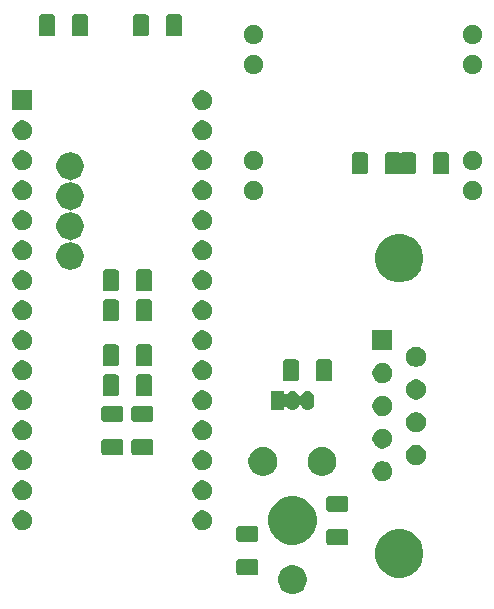
<source format=gbr>
G04 #@! TF.GenerationSoftware,KiCad,Pcbnew,5.1.5-52549c5~84~ubuntu19.10.1*
G04 #@! TF.CreationDate,2020-08-17T19:51:59+03:00*
G04 #@! TF.ProjectId,hymTracker,68796d54-7261-4636-9b65-722e6b696361,rev?*
G04 #@! TF.SameCoordinates,Original*
G04 #@! TF.FileFunction,Soldermask,Bot*
G04 #@! TF.FilePolarity,Negative*
%FSLAX46Y46*%
G04 Gerber Fmt 4.6, Leading zero omitted, Abs format (unit mm)*
G04 Created by KiCad (PCBNEW 5.1.5-52549c5~84~ubuntu19.10.1) date 2020-08-17 19:51:59*
%MOMM*%
%LPD*%
G04 APERTURE LIST*
%ADD10C,0.100000*%
G04 APERTURE END LIST*
D10*
G36*
X84176153Y-91455922D02*
G01*
X84268194Y-91494047D01*
X84398359Y-91547963D01*
X84598342Y-91681587D01*
X84768413Y-91851658D01*
X84902037Y-92051641D01*
X84932483Y-92125144D01*
X84980743Y-92241653D01*
X84994078Y-92273848D01*
X85041000Y-92509741D01*
X85041000Y-92750259D01*
X84994078Y-92986152D01*
X84902037Y-93208359D01*
X84768413Y-93408342D01*
X84598342Y-93578413D01*
X84398359Y-93712037D01*
X84268194Y-93765953D01*
X84176153Y-93804078D01*
X84058205Y-93827539D01*
X83940259Y-93851000D01*
X83699741Y-93851000D01*
X83581795Y-93827539D01*
X83463847Y-93804078D01*
X83371806Y-93765953D01*
X83241641Y-93712037D01*
X83041658Y-93578413D01*
X82871587Y-93408342D01*
X82737963Y-93208359D01*
X82645922Y-92986152D01*
X82599000Y-92750259D01*
X82599000Y-92509741D01*
X82645922Y-92273848D01*
X82659258Y-92241653D01*
X82707517Y-92125144D01*
X82737963Y-92051641D01*
X82871587Y-91851658D01*
X83041658Y-91681587D01*
X83241641Y-91547963D01*
X83371806Y-91494047D01*
X83463847Y-91455922D01*
X83581795Y-91432461D01*
X83699741Y-91409000D01*
X83940259Y-91409000D01*
X84176153Y-91455922D01*
G37*
G36*
X93458254Y-88457818D02*
G01*
X93831511Y-88612426D01*
X93831513Y-88612427D01*
X94167436Y-88836884D01*
X94453116Y-89122564D01*
X94665758Y-89440804D01*
X94677574Y-89458489D01*
X94832182Y-89831746D01*
X94911000Y-90227993D01*
X94911000Y-90632007D01*
X94832182Y-91028254D01*
X94677574Y-91401511D01*
X94677573Y-91401513D01*
X94453116Y-91737436D01*
X94167436Y-92023116D01*
X93831513Y-92247573D01*
X93831512Y-92247574D01*
X93831511Y-92247574D01*
X93458254Y-92402182D01*
X93062007Y-92481000D01*
X92657993Y-92481000D01*
X92261746Y-92402182D01*
X91888489Y-92247574D01*
X91888488Y-92247574D01*
X91888487Y-92247573D01*
X91552564Y-92023116D01*
X91266884Y-91737436D01*
X91042427Y-91401513D01*
X91042426Y-91401511D01*
X90887818Y-91028254D01*
X90809000Y-90632007D01*
X90809000Y-90227993D01*
X90887818Y-89831746D01*
X91042426Y-89458489D01*
X91054243Y-89440804D01*
X91266884Y-89122564D01*
X91552564Y-88836884D01*
X91888487Y-88612427D01*
X91888489Y-88612426D01*
X92261746Y-88457818D01*
X92657993Y-88379000D01*
X93062007Y-88379000D01*
X93458254Y-88457818D01*
G37*
G36*
X80778604Y-90898347D02*
G01*
X80815144Y-90909432D01*
X80848821Y-90927433D01*
X80878341Y-90951659D01*
X80902567Y-90981179D01*
X80920568Y-91014856D01*
X80931653Y-91051396D01*
X80936000Y-91095538D01*
X80936000Y-92044462D01*
X80931653Y-92088604D01*
X80920568Y-92125144D01*
X80902567Y-92158821D01*
X80878341Y-92188341D01*
X80848821Y-92212567D01*
X80815144Y-92230568D01*
X80778604Y-92241653D01*
X80734462Y-92246000D01*
X79285538Y-92246000D01*
X79241396Y-92241653D01*
X79204856Y-92230568D01*
X79171179Y-92212567D01*
X79141659Y-92188341D01*
X79117433Y-92158821D01*
X79099432Y-92125144D01*
X79088347Y-92088604D01*
X79084000Y-92044462D01*
X79084000Y-91095538D01*
X79088347Y-91051396D01*
X79099432Y-91014856D01*
X79117433Y-90981179D01*
X79141659Y-90951659D01*
X79171179Y-90927433D01*
X79204856Y-90909432D01*
X79241396Y-90898347D01*
X79285538Y-90894000D01*
X80734462Y-90894000D01*
X80778604Y-90898347D01*
G37*
G36*
X88398604Y-88358347D02*
G01*
X88435144Y-88369432D01*
X88468821Y-88387433D01*
X88498341Y-88411659D01*
X88522567Y-88441179D01*
X88540568Y-88474856D01*
X88551653Y-88511396D01*
X88556000Y-88555538D01*
X88556000Y-89504462D01*
X88551653Y-89548604D01*
X88540568Y-89585144D01*
X88522567Y-89618821D01*
X88498341Y-89648341D01*
X88468821Y-89672567D01*
X88435144Y-89690568D01*
X88398604Y-89701653D01*
X88354462Y-89706000D01*
X86905538Y-89706000D01*
X86861396Y-89701653D01*
X86824856Y-89690568D01*
X86791179Y-89672567D01*
X86761659Y-89648341D01*
X86737433Y-89618821D01*
X86719432Y-89585144D01*
X86708347Y-89548604D01*
X86704000Y-89504462D01*
X86704000Y-88555538D01*
X86708347Y-88511396D01*
X86719432Y-88474856D01*
X86737433Y-88441179D01*
X86761659Y-88411659D01*
X86791179Y-88387433D01*
X86824856Y-88369432D01*
X86861396Y-88358347D01*
X86905538Y-88354000D01*
X88354462Y-88354000D01*
X88398604Y-88358347D01*
G37*
G36*
X84418254Y-85657818D02*
G01*
X84791511Y-85812426D01*
X84791513Y-85812427D01*
X84934989Y-85908295D01*
X85127436Y-86036884D01*
X85413116Y-86322564D01*
X85637574Y-86658489D01*
X85792182Y-87031746D01*
X85871000Y-87427993D01*
X85871000Y-87832007D01*
X85792182Y-88228254D01*
X85637574Y-88601511D01*
X85637573Y-88601513D01*
X85413116Y-88937436D01*
X85127436Y-89223116D01*
X84791513Y-89447573D01*
X84791512Y-89447574D01*
X84791511Y-89447574D01*
X84418254Y-89602182D01*
X84022007Y-89681000D01*
X83617993Y-89681000D01*
X83221746Y-89602182D01*
X82848489Y-89447574D01*
X82848488Y-89447574D01*
X82848487Y-89447573D01*
X82512564Y-89223116D01*
X82226884Y-88937436D01*
X82002427Y-88601513D01*
X82002426Y-88601511D01*
X81847818Y-88228254D01*
X81769000Y-87832007D01*
X81769000Y-87427993D01*
X81847818Y-87031746D01*
X82002426Y-86658489D01*
X82226884Y-86322564D01*
X82512564Y-86036884D01*
X82705011Y-85908295D01*
X82848487Y-85812427D01*
X82848489Y-85812426D01*
X83221746Y-85657818D01*
X83617993Y-85579000D01*
X84022007Y-85579000D01*
X84418254Y-85657818D01*
G37*
G36*
X80778604Y-88098347D02*
G01*
X80815144Y-88109432D01*
X80848821Y-88127433D01*
X80878341Y-88151659D01*
X80902567Y-88181179D01*
X80920568Y-88214856D01*
X80931653Y-88251396D01*
X80936000Y-88295538D01*
X80936000Y-89244462D01*
X80931653Y-89288604D01*
X80920568Y-89325144D01*
X80902567Y-89358821D01*
X80878341Y-89388341D01*
X80848821Y-89412567D01*
X80815144Y-89430568D01*
X80778604Y-89441653D01*
X80734462Y-89446000D01*
X79285538Y-89446000D01*
X79241396Y-89441653D01*
X79204856Y-89430568D01*
X79171179Y-89412567D01*
X79141659Y-89388341D01*
X79117433Y-89358821D01*
X79099432Y-89325144D01*
X79088347Y-89288604D01*
X79084000Y-89244462D01*
X79084000Y-88295538D01*
X79088347Y-88251396D01*
X79099432Y-88214856D01*
X79117433Y-88181179D01*
X79141659Y-88151659D01*
X79171179Y-88127433D01*
X79204856Y-88109432D01*
X79241396Y-88098347D01*
X79285538Y-88094000D01*
X80734462Y-88094000D01*
X80778604Y-88098347D01*
G37*
G36*
X76448228Y-86811703D02*
G01*
X76603100Y-86875853D01*
X76742481Y-86968985D01*
X76861015Y-87087519D01*
X76954147Y-87226900D01*
X77018297Y-87381772D01*
X77051000Y-87546184D01*
X77051000Y-87713816D01*
X77018297Y-87878228D01*
X76954147Y-88033100D01*
X76861015Y-88172481D01*
X76742481Y-88291015D01*
X76603100Y-88384147D01*
X76448228Y-88448297D01*
X76283816Y-88481000D01*
X76116184Y-88481000D01*
X75951772Y-88448297D01*
X75796900Y-88384147D01*
X75657519Y-88291015D01*
X75538985Y-88172481D01*
X75445853Y-88033100D01*
X75381703Y-87878228D01*
X75349000Y-87713816D01*
X75349000Y-87546184D01*
X75381703Y-87381772D01*
X75445853Y-87226900D01*
X75538985Y-87087519D01*
X75657519Y-86968985D01*
X75796900Y-86875853D01*
X75951772Y-86811703D01*
X76116184Y-86779000D01*
X76283816Y-86779000D01*
X76448228Y-86811703D01*
G37*
G36*
X61208228Y-86811703D02*
G01*
X61363100Y-86875853D01*
X61502481Y-86968985D01*
X61621015Y-87087519D01*
X61714147Y-87226900D01*
X61778297Y-87381772D01*
X61811000Y-87546184D01*
X61811000Y-87713816D01*
X61778297Y-87878228D01*
X61714147Y-88033100D01*
X61621015Y-88172481D01*
X61502481Y-88291015D01*
X61363100Y-88384147D01*
X61208228Y-88448297D01*
X61043816Y-88481000D01*
X60876184Y-88481000D01*
X60711772Y-88448297D01*
X60556900Y-88384147D01*
X60417519Y-88291015D01*
X60298985Y-88172481D01*
X60205853Y-88033100D01*
X60141703Y-87878228D01*
X60109000Y-87713816D01*
X60109000Y-87546184D01*
X60141703Y-87381772D01*
X60205853Y-87226900D01*
X60298985Y-87087519D01*
X60417519Y-86968985D01*
X60556900Y-86875853D01*
X60711772Y-86811703D01*
X60876184Y-86779000D01*
X61043816Y-86779000D01*
X61208228Y-86811703D01*
G37*
G36*
X88398604Y-85558347D02*
G01*
X88435144Y-85569432D01*
X88468821Y-85587433D01*
X88498341Y-85611659D01*
X88522567Y-85641179D01*
X88540568Y-85674856D01*
X88551653Y-85711396D01*
X88556000Y-85755538D01*
X88556000Y-86704462D01*
X88551653Y-86748604D01*
X88540568Y-86785144D01*
X88522567Y-86818821D01*
X88498341Y-86848341D01*
X88468821Y-86872567D01*
X88435144Y-86890568D01*
X88398604Y-86901653D01*
X88354462Y-86906000D01*
X86905538Y-86906000D01*
X86861396Y-86901653D01*
X86824856Y-86890568D01*
X86791179Y-86872567D01*
X86761659Y-86848341D01*
X86737433Y-86818821D01*
X86719432Y-86785144D01*
X86708347Y-86748604D01*
X86704000Y-86704462D01*
X86704000Y-85755538D01*
X86708347Y-85711396D01*
X86719432Y-85674856D01*
X86737433Y-85641179D01*
X86761659Y-85611659D01*
X86791179Y-85587433D01*
X86824856Y-85569432D01*
X86861396Y-85558347D01*
X86905538Y-85554000D01*
X88354462Y-85554000D01*
X88398604Y-85558347D01*
G37*
G36*
X61208228Y-84271703D02*
G01*
X61363100Y-84335853D01*
X61502481Y-84428985D01*
X61621015Y-84547519D01*
X61714147Y-84686900D01*
X61778297Y-84841772D01*
X61811000Y-85006184D01*
X61811000Y-85173816D01*
X61778297Y-85338228D01*
X61714147Y-85493100D01*
X61621015Y-85632481D01*
X61502481Y-85751015D01*
X61363100Y-85844147D01*
X61208228Y-85908297D01*
X61043816Y-85941000D01*
X60876184Y-85941000D01*
X60711772Y-85908297D01*
X60556900Y-85844147D01*
X60417519Y-85751015D01*
X60298985Y-85632481D01*
X60205853Y-85493100D01*
X60141703Y-85338228D01*
X60109000Y-85173816D01*
X60109000Y-85006184D01*
X60141703Y-84841772D01*
X60205853Y-84686900D01*
X60298985Y-84547519D01*
X60417519Y-84428985D01*
X60556900Y-84335853D01*
X60711772Y-84271703D01*
X60876184Y-84239000D01*
X61043816Y-84239000D01*
X61208228Y-84271703D01*
G37*
G36*
X76448228Y-84271703D02*
G01*
X76603100Y-84335853D01*
X76742481Y-84428985D01*
X76861015Y-84547519D01*
X76954147Y-84686900D01*
X77018297Y-84841772D01*
X77051000Y-85006184D01*
X77051000Y-85173816D01*
X77018297Y-85338228D01*
X76954147Y-85493100D01*
X76861015Y-85632481D01*
X76742481Y-85751015D01*
X76603100Y-85844147D01*
X76448228Y-85908297D01*
X76283816Y-85941000D01*
X76116184Y-85941000D01*
X75951772Y-85908297D01*
X75796900Y-85844147D01*
X75657519Y-85751015D01*
X75538985Y-85632481D01*
X75445853Y-85493100D01*
X75381703Y-85338228D01*
X75349000Y-85173816D01*
X75349000Y-85006184D01*
X75381703Y-84841772D01*
X75445853Y-84686900D01*
X75538985Y-84547519D01*
X75657519Y-84428985D01*
X75796900Y-84335853D01*
X75951772Y-84271703D01*
X76116184Y-84239000D01*
X76283816Y-84239000D01*
X76448228Y-84271703D01*
G37*
G36*
X91688228Y-82651703D02*
G01*
X91843100Y-82715853D01*
X91982481Y-82808985D01*
X92101015Y-82927519D01*
X92194147Y-83066900D01*
X92258297Y-83221772D01*
X92291000Y-83386184D01*
X92291000Y-83553816D01*
X92258297Y-83718228D01*
X92194147Y-83873100D01*
X92101015Y-84012481D01*
X91982481Y-84131015D01*
X91843100Y-84224147D01*
X91688228Y-84288297D01*
X91523816Y-84321000D01*
X91356184Y-84321000D01*
X91191772Y-84288297D01*
X91036900Y-84224147D01*
X90897519Y-84131015D01*
X90778985Y-84012481D01*
X90685853Y-83873100D01*
X90621703Y-83718228D01*
X90589000Y-83553816D01*
X90589000Y-83386184D01*
X90621703Y-83221772D01*
X90685853Y-83066900D01*
X90778985Y-82927519D01*
X90897519Y-82808985D01*
X91036900Y-82715853D01*
X91191772Y-82651703D01*
X91356184Y-82619000D01*
X91523816Y-82619000D01*
X91688228Y-82651703D01*
G37*
G36*
X86676153Y-81455922D02*
G01*
X86768194Y-81494047D01*
X86898359Y-81547963D01*
X87098342Y-81681587D01*
X87268413Y-81851658D01*
X87402037Y-82051641D01*
X87441496Y-82146903D01*
X87494078Y-82273847D01*
X87541000Y-82509742D01*
X87541000Y-82750258D01*
X87500653Y-82953100D01*
X87494078Y-82986152D01*
X87402037Y-83208359D01*
X87268413Y-83408342D01*
X87098342Y-83578413D01*
X86898359Y-83712037D01*
X86768194Y-83765953D01*
X86676153Y-83804078D01*
X86440259Y-83851000D01*
X86199741Y-83851000D01*
X85963847Y-83804078D01*
X85871806Y-83765953D01*
X85741641Y-83712037D01*
X85541658Y-83578413D01*
X85371587Y-83408342D01*
X85237963Y-83208359D01*
X85145922Y-82986152D01*
X85139348Y-82953100D01*
X85099000Y-82750258D01*
X85099000Y-82509742D01*
X85145922Y-82273847D01*
X85198504Y-82146903D01*
X85237963Y-82051641D01*
X85371587Y-81851658D01*
X85541658Y-81681587D01*
X85741641Y-81547963D01*
X85871806Y-81494047D01*
X85963847Y-81455922D01*
X86199741Y-81409000D01*
X86440259Y-81409000D01*
X86676153Y-81455922D01*
G37*
G36*
X81676153Y-81455922D02*
G01*
X81768194Y-81494047D01*
X81898359Y-81547963D01*
X82098342Y-81681587D01*
X82268413Y-81851658D01*
X82402037Y-82051641D01*
X82441496Y-82146903D01*
X82494078Y-82273847D01*
X82541000Y-82509742D01*
X82541000Y-82750258D01*
X82500653Y-82953100D01*
X82494078Y-82986152D01*
X82402037Y-83208359D01*
X82268413Y-83408342D01*
X82098342Y-83578413D01*
X81898359Y-83712037D01*
X81768194Y-83765953D01*
X81676153Y-83804078D01*
X81440259Y-83851000D01*
X81199741Y-83851000D01*
X80963847Y-83804078D01*
X80871806Y-83765953D01*
X80741641Y-83712037D01*
X80541658Y-83578413D01*
X80371587Y-83408342D01*
X80237963Y-83208359D01*
X80145922Y-82986152D01*
X80139348Y-82953100D01*
X80099000Y-82750258D01*
X80099000Y-82509742D01*
X80145922Y-82273847D01*
X80198504Y-82146903D01*
X80237963Y-82051641D01*
X80371587Y-81851658D01*
X80541658Y-81681587D01*
X80741641Y-81547963D01*
X80871806Y-81494047D01*
X80963847Y-81455922D01*
X81199741Y-81409000D01*
X81440259Y-81409000D01*
X81676153Y-81455922D01*
G37*
G36*
X76448228Y-81731703D02*
G01*
X76603100Y-81795853D01*
X76742481Y-81888985D01*
X76861015Y-82007519D01*
X76954147Y-82146900D01*
X77018297Y-82301772D01*
X77051000Y-82466184D01*
X77051000Y-82633816D01*
X77018297Y-82798228D01*
X76954147Y-82953100D01*
X76861015Y-83092481D01*
X76742481Y-83211015D01*
X76603100Y-83304147D01*
X76448228Y-83368297D01*
X76283816Y-83401000D01*
X76116184Y-83401000D01*
X75951772Y-83368297D01*
X75796900Y-83304147D01*
X75657519Y-83211015D01*
X75538985Y-83092481D01*
X75445853Y-82953100D01*
X75381703Y-82798228D01*
X75349000Y-82633816D01*
X75349000Y-82466184D01*
X75381703Y-82301772D01*
X75445853Y-82146900D01*
X75538985Y-82007519D01*
X75657519Y-81888985D01*
X75796900Y-81795853D01*
X75951772Y-81731703D01*
X76116184Y-81699000D01*
X76283816Y-81699000D01*
X76448228Y-81731703D01*
G37*
G36*
X61208228Y-81731703D02*
G01*
X61363100Y-81795853D01*
X61502481Y-81888985D01*
X61621015Y-82007519D01*
X61714147Y-82146900D01*
X61778297Y-82301772D01*
X61811000Y-82466184D01*
X61811000Y-82633816D01*
X61778297Y-82798228D01*
X61714147Y-82953100D01*
X61621015Y-83092481D01*
X61502481Y-83211015D01*
X61363100Y-83304147D01*
X61208228Y-83368297D01*
X61043816Y-83401000D01*
X60876184Y-83401000D01*
X60711772Y-83368297D01*
X60556900Y-83304147D01*
X60417519Y-83211015D01*
X60298985Y-83092481D01*
X60205853Y-82953100D01*
X60141703Y-82798228D01*
X60109000Y-82633816D01*
X60109000Y-82466184D01*
X60141703Y-82301772D01*
X60205853Y-82146900D01*
X60298985Y-82007519D01*
X60417519Y-81888985D01*
X60556900Y-81795853D01*
X60711772Y-81731703D01*
X60876184Y-81699000D01*
X61043816Y-81699000D01*
X61208228Y-81731703D01*
G37*
G36*
X94528228Y-81266703D02*
G01*
X94683100Y-81330853D01*
X94822481Y-81423985D01*
X94941015Y-81542519D01*
X95034147Y-81681900D01*
X95098297Y-81836772D01*
X95131000Y-82001184D01*
X95131000Y-82168816D01*
X95098297Y-82333228D01*
X95034147Y-82488100D01*
X94941015Y-82627481D01*
X94822481Y-82746015D01*
X94683100Y-82839147D01*
X94528228Y-82903297D01*
X94363816Y-82936000D01*
X94196184Y-82936000D01*
X94031772Y-82903297D01*
X93876900Y-82839147D01*
X93737519Y-82746015D01*
X93618985Y-82627481D01*
X93525853Y-82488100D01*
X93461703Y-82333228D01*
X93429000Y-82168816D01*
X93429000Y-82001184D01*
X93461703Y-81836772D01*
X93525853Y-81681900D01*
X93618985Y-81542519D01*
X93737519Y-81423985D01*
X93876900Y-81330853D01*
X94031772Y-81266703D01*
X94196184Y-81234000D01*
X94363816Y-81234000D01*
X94528228Y-81266703D01*
G37*
G36*
X71888604Y-80738347D02*
G01*
X71925144Y-80749432D01*
X71958821Y-80767433D01*
X71988341Y-80791659D01*
X72012567Y-80821179D01*
X72030568Y-80854856D01*
X72041653Y-80891396D01*
X72046000Y-80935538D01*
X72046000Y-81884462D01*
X72041653Y-81928604D01*
X72030568Y-81965144D01*
X72012567Y-81998821D01*
X71988341Y-82028341D01*
X71958821Y-82052567D01*
X71925144Y-82070568D01*
X71888604Y-82081653D01*
X71844462Y-82086000D01*
X70395538Y-82086000D01*
X70351396Y-82081653D01*
X70314856Y-82070568D01*
X70281179Y-82052567D01*
X70251659Y-82028341D01*
X70227433Y-81998821D01*
X70209432Y-81965144D01*
X70198347Y-81928604D01*
X70194000Y-81884462D01*
X70194000Y-80935538D01*
X70198347Y-80891396D01*
X70209432Y-80854856D01*
X70227433Y-80821179D01*
X70251659Y-80791659D01*
X70281179Y-80767433D01*
X70314856Y-80749432D01*
X70351396Y-80738347D01*
X70395538Y-80734000D01*
X71844462Y-80734000D01*
X71888604Y-80738347D01*
G37*
G36*
X69348604Y-80738347D02*
G01*
X69385144Y-80749432D01*
X69418821Y-80767433D01*
X69448341Y-80791659D01*
X69472567Y-80821179D01*
X69490568Y-80854856D01*
X69501653Y-80891396D01*
X69506000Y-80935538D01*
X69506000Y-81884462D01*
X69501653Y-81928604D01*
X69490568Y-81965144D01*
X69472567Y-81998821D01*
X69448341Y-82028341D01*
X69418821Y-82052567D01*
X69385144Y-82070568D01*
X69348604Y-82081653D01*
X69304462Y-82086000D01*
X67855538Y-82086000D01*
X67811396Y-82081653D01*
X67774856Y-82070568D01*
X67741179Y-82052567D01*
X67711659Y-82028341D01*
X67687433Y-81998821D01*
X67669432Y-81965144D01*
X67658347Y-81928604D01*
X67654000Y-81884462D01*
X67654000Y-80935538D01*
X67658347Y-80891396D01*
X67669432Y-80854856D01*
X67687433Y-80821179D01*
X67711659Y-80791659D01*
X67741179Y-80767433D01*
X67774856Y-80749432D01*
X67811396Y-80738347D01*
X67855538Y-80734000D01*
X69304462Y-80734000D01*
X69348604Y-80738347D01*
G37*
G36*
X91688228Y-79881703D02*
G01*
X91843100Y-79945853D01*
X91982481Y-80038985D01*
X92101015Y-80157519D01*
X92194147Y-80296900D01*
X92258297Y-80451772D01*
X92291000Y-80616184D01*
X92291000Y-80783816D01*
X92258297Y-80948228D01*
X92194147Y-81103100D01*
X92101015Y-81242481D01*
X91982481Y-81361015D01*
X91843100Y-81454147D01*
X91688228Y-81518297D01*
X91523816Y-81551000D01*
X91356184Y-81551000D01*
X91191772Y-81518297D01*
X91036900Y-81454147D01*
X90897519Y-81361015D01*
X90778985Y-81242481D01*
X90685853Y-81103100D01*
X90621703Y-80948228D01*
X90589000Y-80783816D01*
X90589000Y-80616184D01*
X90621703Y-80451772D01*
X90685853Y-80296900D01*
X90778985Y-80157519D01*
X90897519Y-80038985D01*
X91036900Y-79945853D01*
X91191772Y-79881703D01*
X91356184Y-79849000D01*
X91523816Y-79849000D01*
X91688228Y-79881703D01*
G37*
G36*
X61208228Y-79191703D02*
G01*
X61363100Y-79255853D01*
X61502481Y-79348985D01*
X61621015Y-79467519D01*
X61714147Y-79606900D01*
X61778297Y-79761772D01*
X61811000Y-79926184D01*
X61811000Y-80093816D01*
X61778297Y-80258228D01*
X61714147Y-80413100D01*
X61621015Y-80552481D01*
X61502481Y-80671015D01*
X61363100Y-80764147D01*
X61208228Y-80828297D01*
X61043816Y-80861000D01*
X60876184Y-80861000D01*
X60711772Y-80828297D01*
X60556900Y-80764147D01*
X60417519Y-80671015D01*
X60298985Y-80552481D01*
X60205853Y-80413100D01*
X60141703Y-80258228D01*
X60109000Y-80093816D01*
X60109000Y-79926184D01*
X60141703Y-79761772D01*
X60205853Y-79606900D01*
X60298985Y-79467519D01*
X60417519Y-79348985D01*
X60556900Y-79255853D01*
X60711772Y-79191703D01*
X60876184Y-79159000D01*
X61043816Y-79159000D01*
X61208228Y-79191703D01*
G37*
G36*
X76448228Y-79191703D02*
G01*
X76603100Y-79255853D01*
X76742481Y-79348985D01*
X76861015Y-79467519D01*
X76954147Y-79606900D01*
X77018297Y-79761772D01*
X77051000Y-79926184D01*
X77051000Y-80093816D01*
X77018297Y-80258228D01*
X76954147Y-80413100D01*
X76861015Y-80552481D01*
X76742481Y-80671015D01*
X76603100Y-80764147D01*
X76448228Y-80828297D01*
X76283816Y-80861000D01*
X76116184Y-80861000D01*
X75951772Y-80828297D01*
X75796900Y-80764147D01*
X75657519Y-80671015D01*
X75538985Y-80552481D01*
X75445853Y-80413100D01*
X75381703Y-80258228D01*
X75349000Y-80093816D01*
X75349000Y-79926184D01*
X75381703Y-79761772D01*
X75445853Y-79606900D01*
X75538985Y-79467519D01*
X75657519Y-79348985D01*
X75796900Y-79255853D01*
X75951772Y-79191703D01*
X76116184Y-79159000D01*
X76283816Y-79159000D01*
X76448228Y-79191703D01*
G37*
G36*
X94528228Y-78496703D02*
G01*
X94683100Y-78560853D01*
X94822481Y-78653985D01*
X94941015Y-78772519D01*
X95034147Y-78911900D01*
X95098297Y-79066772D01*
X95131000Y-79231184D01*
X95131000Y-79398816D01*
X95098297Y-79563228D01*
X95034147Y-79718100D01*
X94941015Y-79857481D01*
X94822481Y-79976015D01*
X94683100Y-80069147D01*
X94528228Y-80133297D01*
X94363816Y-80166000D01*
X94196184Y-80166000D01*
X94031772Y-80133297D01*
X93876900Y-80069147D01*
X93737519Y-79976015D01*
X93618985Y-79857481D01*
X93525853Y-79718100D01*
X93461703Y-79563228D01*
X93429000Y-79398816D01*
X93429000Y-79231184D01*
X93461703Y-79066772D01*
X93525853Y-78911900D01*
X93618985Y-78772519D01*
X93737519Y-78653985D01*
X93876900Y-78560853D01*
X94031772Y-78496703D01*
X94196184Y-78464000D01*
X94363816Y-78464000D01*
X94528228Y-78496703D01*
G37*
G36*
X69348604Y-77938347D02*
G01*
X69385144Y-77949432D01*
X69418821Y-77967433D01*
X69448341Y-77991659D01*
X69472567Y-78021179D01*
X69490568Y-78054856D01*
X69501653Y-78091396D01*
X69506000Y-78135538D01*
X69506000Y-79084462D01*
X69501653Y-79128604D01*
X69490568Y-79165144D01*
X69472567Y-79198821D01*
X69448341Y-79228341D01*
X69418821Y-79252567D01*
X69385144Y-79270568D01*
X69348604Y-79281653D01*
X69304462Y-79286000D01*
X67855538Y-79286000D01*
X67811396Y-79281653D01*
X67774856Y-79270568D01*
X67741179Y-79252567D01*
X67711659Y-79228341D01*
X67687433Y-79198821D01*
X67669432Y-79165144D01*
X67658347Y-79128604D01*
X67654000Y-79084462D01*
X67654000Y-78135538D01*
X67658347Y-78091396D01*
X67669432Y-78054856D01*
X67687433Y-78021179D01*
X67711659Y-77991659D01*
X67741179Y-77967433D01*
X67774856Y-77949432D01*
X67811396Y-77938347D01*
X67855538Y-77934000D01*
X69304462Y-77934000D01*
X69348604Y-77938347D01*
G37*
G36*
X71888604Y-77938347D02*
G01*
X71925144Y-77949432D01*
X71958821Y-77967433D01*
X71988341Y-77991659D01*
X72012567Y-78021179D01*
X72030568Y-78054856D01*
X72041653Y-78091396D01*
X72046000Y-78135538D01*
X72046000Y-79084462D01*
X72041653Y-79128604D01*
X72030568Y-79165144D01*
X72012567Y-79198821D01*
X71988341Y-79228341D01*
X71958821Y-79252567D01*
X71925144Y-79270568D01*
X71888604Y-79281653D01*
X71844462Y-79286000D01*
X70395538Y-79286000D01*
X70351396Y-79281653D01*
X70314856Y-79270568D01*
X70281179Y-79252567D01*
X70251659Y-79228341D01*
X70227433Y-79198821D01*
X70209432Y-79165144D01*
X70198347Y-79128604D01*
X70194000Y-79084462D01*
X70194000Y-78135538D01*
X70198347Y-78091396D01*
X70209432Y-78054856D01*
X70227433Y-78021179D01*
X70251659Y-77991659D01*
X70281179Y-77967433D01*
X70314856Y-77949432D01*
X70351396Y-77938347D01*
X70395538Y-77934000D01*
X71844462Y-77934000D01*
X71888604Y-77938347D01*
G37*
G36*
X91688228Y-77111703D02*
G01*
X91843100Y-77175853D01*
X91982481Y-77268985D01*
X92101015Y-77387519D01*
X92194147Y-77526900D01*
X92258297Y-77681772D01*
X92291000Y-77846184D01*
X92291000Y-78013816D01*
X92258297Y-78178228D01*
X92194147Y-78333100D01*
X92101015Y-78472481D01*
X91982481Y-78591015D01*
X91843100Y-78684147D01*
X91688228Y-78748297D01*
X91523816Y-78781000D01*
X91356184Y-78781000D01*
X91191772Y-78748297D01*
X91036900Y-78684147D01*
X90897519Y-78591015D01*
X90778985Y-78472481D01*
X90685853Y-78333100D01*
X90621703Y-78178228D01*
X90589000Y-78013816D01*
X90589000Y-77846184D01*
X90621703Y-77681772D01*
X90685853Y-77526900D01*
X90778985Y-77387519D01*
X90897519Y-77268985D01*
X91036900Y-77175853D01*
X91191772Y-77111703D01*
X91356184Y-77079000D01*
X91523816Y-77079000D01*
X91688228Y-77111703D01*
G37*
G36*
X76448228Y-76651703D02*
G01*
X76603100Y-76715853D01*
X76742481Y-76808985D01*
X76861015Y-76927519D01*
X76954147Y-77066900D01*
X77018297Y-77221772D01*
X77051000Y-77386184D01*
X77051000Y-77553816D01*
X77018297Y-77718228D01*
X76954147Y-77873100D01*
X76861015Y-78012481D01*
X76742481Y-78131015D01*
X76603100Y-78224147D01*
X76448228Y-78288297D01*
X76283816Y-78321000D01*
X76116184Y-78321000D01*
X75951772Y-78288297D01*
X75796900Y-78224147D01*
X75657519Y-78131015D01*
X75538985Y-78012481D01*
X75445853Y-77873100D01*
X75381703Y-77718228D01*
X75349000Y-77553816D01*
X75349000Y-77386184D01*
X75381703Y-77221772D01*
X75445853Y-77066900D01*
X75538985Y-76927519D01*
X75657519Y-76808985D01*
X75796900Y-76715853D01*
X75951772Y-76651703D01*
X76116184Y-76619000D01*
X76283816Y-76619000D01*
X76448228Y-76651703D01*
G37*
G36*
X61208228Y-76651703D02*
G01*
X61363100Y-76715853D01*
X61502481Y-76808985D01*
X61621015Y-76927519D01*
X61714147Y-77066900D01*
X61778297Y-77221772D01*
X61811000Y-77386184D01*
X61811000Y-77553816D01*
X61778297Y-77718228D01*
X61714147Y-77873100D01*
X61621015Y-78012481D01*
X61502481Y-78131015D01*
X61363100Y-78224147D01*
X61208228Y-78288297D01*
X61043816Y-78321000D01*
X60876184Y-78321000D01*
X60711772Y-78288297D01*
X60556900Y-78224147D01*
X60417519Y-78131015D01*
X60298985Y-78012481D01*
X60205853Y-77873100D01*
X60141703Y-77718228D01*
X60109000Y-77553816D01*
X60109000Y-77386184D01*
X60141703Y-77221772D01*
X60205853Y-77066900D01*
X60298985Y-76927519D01*
X60417519Y-76808985D01*
X60556900Y-76715853D01*
X60711772Y-76651703D01*
X60876184Y-76619000D01*
X61043816Y-76619000D01*
X61208228Y-76651703D01*
G37*
G36*
X85202915Y-76677334D02*
G01*
X85311491Y-76710271D01*
X85311494Y-76710272D01*
X85347600Y-76729571D01*
X85411556Y-76763756D01*
X85499264Y-76835736D01*
X85571244Y-76923443D01*
X85605429Y-76987399D01*
X85624728Y-77023505D01*
X85624729Y-77023508D01*
X85657666Y-77132084D01*
X85666000Y-77216702D01*
X85666000Y-77723297D01*
X85657666Y-77807916D01*
X85625252Y-77914767D01*
X85624728Y-77916495D01*
X85605429Y-77952601D01*
X85571244Y-78016557D01*
X85499264Y-78104264D01*
X85411557Y-78176244D01*
X85358880Y-78204400D01*
X85311495Y-78229728D01*
X85311492Y-78229729D01*
X85202916Y-78262666D01*
X85090000Y-78273787D01*
X84977085Y-78262666D01*
X84868509Y-78229729D01*
X84868506Y-78229728D01*
X84821121Y-78204400D01*
X84768444Y-78176244D01*
X84680737Y-78104264D01*
X84608757Y-78016557D01*
X84590426Y-77982263D01*
X84565239Y-77935141D01*
X84551625Y-77914766D01*
X84534298Y-77897439D01*
X84513924Y-77883826D01*
X84491285Y-77874448D01*
X84467252Y-77869668D01*
X84442748Y-77869668D01*
X84418715Y-77874448D01*
X84396076Y-77883826D01*
X84375701Y-77897440D01*
X84358374Y-77914767D01*
X84344761Y-77935141D01*
X84301244Y-78016557D01*
X84229264Y-78104264D01*
X84141557Y-78176244D01*
X84088880Y-78204400D01*
X84041495Y-78229728D01*
X84041492Y-78229729D01*
X83932916Y-78262666D01*
X83820000Y-78273787D01*
X83707085Y-78262666D01*
X83598509Y-78229729D01*
X83598506Y-78229728D01*
X83551121Y-78204400D01*
X83498444Y-78176244D01*
X83410737Y-78104264D01*
X83347622Y-78027359D01*
X83330297Y-78010034D01*
X83309923Y-77996420D01*
X83287284Y-77987043D01*
X83263250Y-77982263D01*
X83238746Y-77982263D01*
X83214713Y-77987044D01*
X83192074Y-77996421D01*
X83171700Y-78010035D01*
X83154373Y-78027362D01*
X83140759Y-78047736D01*
X83131382Y-78070375D01*
X83126000Y-78106660D01*
X83126000Y-78271000D01*
X81974000Y-78271000D01*
X81974000Y-76669000D01*
X83126000Y-76669000D01*
X83126000Y-76833341D01*
X83128402Y-76857727D01*
X83135515Y-76881176D01*
X83147066Y-76902787D01*
X83162611Y-76921729D01*
X83181553Y-76937274D01*
X83203164Y-76948825D01*
X83226613Y-76955938D01*
X83250999Y-76958340D01*
X83275385Y-76955938D01*
X83298834Y-76948825D01*
X83320445Y-76937274D01*
X83339387Y-76921729D01*
X83347608Y-76912657D01*
X83410736Y-76835736D01*
X83498443Y-76763756D01*
X83562399Y-76729571D01*
X83598505Y-76710272D01*
X83598508Y-76710271D01*
X83707084Y-76677334D01*
X83820000Y-76666213D01*
X83932915Y-76677334D01*
X84041491Y-76710271D01*
X84041494Y-76710272D01*
X84077600Y-76729571D01*
X84141556Y-76763756D01*
X84229264Y-76835736D01*
X84301244Y-76923443D01*
X84344761Y-77004859D01*
X84358375Y-77025234D01*
X84375702Y-77042561D01*
X84396076Y-77056174D01*
X84418715Y-77065552D01*
X84442748Y-77070332D01*
X84467252Y-77070332D01*
X84491285Y-77065552D01*
X84513924Y-77056174D01*
X84534299Y-77042560D01*
X84551626Y-77025233D01*
X84565239Y-77004860D01*
X84608756Y-76923444D01*
X84680736Y-76835736D01*
X84768443Y-76763756D01*
X84832399Y-76729571D01*
X84868505Y-76710272D01*
X84868508Y-76710271D01*
X84977084Y-76677334D01*
X85090000Y-76666213D01*
X85202915Y-76677334D01*
G37*
G36*
X94528228Y-75726703D02*
G01*
X94683100Y-75790853D01*
X94822481Y-75883985D01*
X94941015Y-76002519D01*
X95034147Y-76141900D01*
X95098297Y-76296772D01*
X95131000Y-76461184D01*
X95131000Y-76628816D01*
X95098297Y-76793228D01*
X95034147Y-76948100D01*
X94941015Y-77087481D01*
X94822481Y-77206015D01*
X94683100Y-77299147D01*
X94528228Y-77363297D01*
X94363816Y-77396000D01*
X94196184Y-77396000D01*
X94031772Y-77363297D01*
X93876900Y-77299147D01*
X93737519Y-77206015D01*
X93618985Y-77087481D01*
X93525853Y-76948100D01*
X93461703Y-76793228D01*
X93429000Y-76628816D01*
X93429000Y-76461184D01*
X93461703Y-76296772D01*
X93525853Y-76141900D01*
X93618985Y-76002519D01*
X93737519Y-75883985D01*
X93876900Y-75790853D01*
X94031772Y-75726703D01*
X94196184Y-75694000D01*
X94363816Y-75694000D01*
X94528228Y-75726703D01*
G37*
G36*
X68968604Y-75278347D02*
G01*
X69005144Y-75289432D01*
X69038821Y-75307433D01*
X69068341Y-75331659D01*
X69092567Y-75361179D01*
X69110568Y-75394856D01*
X69121653Y-75431396D01*
X69126000Y-75475538D01*
X69126000Y-76924462D01*
X69121653Y-76968604D01*
X69110568Y-77005144D01*
X69092567Y-77038821D01*
X69068341Y-77068341D01*
X69038821Y-77092567D01*
X69005144Y-77110568D01*
X68968604Y-77121653D01*
X68924462Y-77126000D01*
X67975538Y-77126000D01*
X67931396Y-77121653D01*
X67894856Y-77110568D01*
X67861179Y-77092567D01*
X67831659Y-77068341D01*
X67807433Y-77038821D01*
X67789432Y-77005144D01*
X67778347Y-76968604D01*
X67774000Y-76924462D01*
X67774000Y-75475538D01*
X67778347Y-75431396D01*
X67789432Y-75394856D01*
X67807433Y-75361179D01*
X67831659Y-75331659D01*
X67861179Y-75307433D01*
X67894856Y-75289432D01*
X67931396Y-75278347D01*
X67975538Y-75274000D01*
X68924462Y-75274000D01*
X68968604Y-75278347D01*
G37*
G36*
X71768604Y-75278347D02*
G01*
X71805144Y-75289432D01*
X71838821Y-75307433D01*
X71868341Y-75331659D01*
X71892567Y-75361179D01*
X71910568Y-75394856D01*
X71921653Y-75431396D01*
X71926000Y-75475538D01*
X71926000Y-76924462D01*
X71921653Y-76968604D01*
X71910568Y-77005144D01*
X71892567Y-77038821D01*
X71868341Y-77068341D01*
X71838821Y-77092567D01*
X71805144Y-77110568D01*
X71768604Y-77121653D01*
X71724462Y-77126000D01*
X70775538Y-77126000D01*
X70731396Y-77121653D01*
X70694856Y-77110568D01*
X70661179Y-77092567D01*
X70631659Y-77068341D01*
X70607433Y-77038821D01*
X70589432Y-77005144D01*
X70578347Y-76968604D01*
X70574000Y-76924462D01*
X70574000Y-75475538D01*
X70578347Y-75431396D01*
X70589432Y-75394856D01*
X70607433Y-75361179D01*
X70631659Y-75331659D01*
X70661179Y-75307433D01*
X70694856Y-75289432D01*
X70731396Y-75278347D01*
X70775538Y-75274000D01*
X71724462Y-75274000D01*
X71768604Y-75278347D01*
G37*
G36*
X91688228Y-74341703D02*
G01*
X91843100Y-74405853D01*
X91982481Y-74498985D01*
X92101015Y-74617519D01*
X92194147Y-74756900D01*
X92258297Y-74911772D01*
X92291000Y-75076184D01*
X92291000Y-75243816D01*
X92258297Y-75408228D01*
X92194147Y-75563100D01*
X92101015Y-75702481D01*
X91982481Y-75821015D01*
X91843100Y-75914147D01*
X91688228Y-75978297D01*
X91523816Y-76011000D01*
X91356184Y-76011000D01*
X91191772Y-75978297D01*
X91036900Y-75914147D01*
X90897519Y-75821015D01*
X90778985Y-75702481D01*
X90685853Y-75563100D01*
X90621703Y-75408228D01*
X90589000Y-75243816D01*
X90589000Y-75076184D01*
X90621703Y-74911772D01*
X90685853Y-74756900D01*
X90778985Y-74617519D01*
X90897519Y-74498985D01*
X91036900Y-74405853D01*
X91191772Y-74341703D01*
X91356184Y-74309000D01*
X91523816Y-74309000D01*
X91688228Y-74341703D01*
G37*
G36*
X84208604Y-74008347D02*
G01*
X84245144Y-74019432D01*
X84278821Y-74037433D01*
X84308341Y-74061659D01*
X84332567Y-74091179D01*
X84350568Y-74124856D01*
X84361653Y-74161396D01*
X84366000Y-74205538D01*
X84366000Y-75654462D01*
X84361653Y-75698604D01*
X84350568Y-75735144D01*
X84332567Y-75768821D01*
X84308341Y-75798341D01*
X84278821Y-75822567D01*
X84245144Y-75840568D01*
X84208604Y-75851653D01*
X84164462Y-75856000D01*
X83215538Y-75856000D01*
X83171396Y-75851653D01*
X83134856Y-75840568D01*
X83101179Y-75822567D01*
X83071659Y-75798341D01*
X83047433Y-75768821D01*
X83029432Y-75735144D01*
X83018347Y-75698604D01*
X83014000Y-75654462D01*
X83014000Y-74205538D01*
X83018347Y-74161396D01*
X83029432Y-74124856D01*
X83047433Y-74091179D01*
X83071659Y-74061659D01*
X83101179Y-74037433D01*
X83134856Y-74019432D01*
X83171396Y-74008347D01*
X83215538Y-74004000D01*
X84164462Y-74004000D01*
X84208604Y-74008347D01*
G37*
G36*
X87008604Y-74008347D02*
G01*
X87045144Y-74019432D01*
X87078821Y-74037433D01*
X87108341Y-74061659D01*
X87132567Y-74091179D01*
X87150568Y-74124856D01*
X87161653Y-74161396D01*
X87166000Y-74205538D01*
X87166000Y-75654462D01*
X87161653Y-75698604D01*
X87150568Y-75735144D01*
X87132567Y-75768821D01*
X87108341Y-75798341D01*
X87078821Y-75822567D01*
X87045144Y-75840568D01*
X87008604Y-75851653D01*
X86964462Y-75856000D01*
X86015538Y-75856000D01*
X85971396Y-75851653D01*
X85934856Y-75840568D01*
X85901179Y-75822567D01*
X85871659Y-75798341D01*
X85847433Y-75768821D01*
X85829432Y-75735144D01*
X85818347Y-75698604D01*
X85814000Y-75654462D01*
X85814000Y-74205538D01*
X85818347Y-74161396D01*
X85829432Y-74124856D01*
X85847433Y-74091179D01*
X85871659Y-74061659D01*
X85901179Y-74037433D01*
X85934856Y-74019432D01*
X85971396Y-74008347D01*
X86015538Y-74004000D01*
X86964462Y-74004000D01*
X87008604Y-74008347D01*
G37*
G36*
X76448228Y-74111703D02*
G01*
X76603100Y-74175853D01*
X76742481Y-74268985D01*
X76861015Y-74387519D01*
X76954147Y-74526900D01*
X77018297Y-74681772D01*
X77051000Y-74846184D01*
X77051000Y-75013816D01*
X77018297Y-75178228D01*
X76954147Y-75333100D01*
X76861015Y-75472481D01*
X76742481Y-75591015D01*
X76603100Y-75684147D01*
X76448228Y-75748297D01*
X76283816Y-75781000D01*
X76116184Y-75781000D01*
X75951772Y-75748297D01*
X75796900Y-75684147D01*
X75657519Y-75591015D01*
X75538985Y-75472481D01*
X75445853Y-75333100D01*
X75381703Y-75178228D01*
X75349000Y-75013816D01*
X75349000Y-74846184D01*
X75381703Y-74681772D01*
X75445853Y-74526900D01*
X75538985Y-74387519D01*
X75657519Y-74268985D01*
X75796900Y-74175853D01*
X75951772Y-74111703D01*
X76116184Y-74079000D01*
X76283816Y-74079000D01*
X76448228Y-74111703D01*
G37*
G36*
X61208228Y-74111703D02*
G01*
X61363100Y-74175853D01*
X61502481Y-74268985D01*
X61621015Y-74387519D01*
X61714147Y-74526900D01*
X61778297Y-74681772D01*
X61811000Y-74846184D01*
X61811000Y-75013816D01*
X61778297Y-75178228D01*
X61714147Y-75333100D01*
X61621015Y-75472481D01*
X61502481Y-75591015D01*
X61363100Y-75684147D01*
X61208228Y-75748297D01*
X61043816Y-75781000D01*
X60876184Y-75781000D01*
X60711772Y-75748297D01*
X60556900Y-75684147D01*
X60417519Y-75591015D01*
X60298985Y-75472481D01*
X60205853Y-75333100D01*
X60141703Y-75178228D01*
X60109000Y-75013816D01*
X60109000Y-74846184D01*
X60141703Y-74681772D01*
X60205853Y-74526900D01*
X60298985Y-74387519D01*
X60417519Y-74268985D01*
X60556900Y-74175853D01*
X60711772Y-74111703D01*
X60876184Y-74079000D01*
X61043816Y-74079000D01*
X61208228Y-74111703D01*
G37*
G36*
X94528228Y-72956703D02*
G01*
X94683100Y-73020853D01*
X94822481Y-73113985D01*
X94941015Y-73232519D01*
X95034147Y-73371900D01*
X95098297Y-73526772D01*
X95131000Y-73691184D01*
X95131000Y-73858816D01*
X95098297Y-74023228D01*
X95034147Y-74178100D01*
X94941015Y-74317481D01*
X94822481Y-74436015D01*
X94683100Y-74529147D01*
X94528228Y-74593297D01*
X94363816Y-74626000D01*
X94196184Y-74626000D01*
X94031772Y-74593297D01*
X93876900Y-74529147D01*
X93737519Y-74436015D01*
X93618985Y-74317481D01*
X93525853Y-74178100D01*
X93461703Y-74023228D01*
X93429000Y-73858816D01*
X93429000Y-73691184D01*
X93461703Y-73526772D01*
X93525853Y-73371900D01*
X93618985Y-73232519D01*
X93737519Y-73113985D01*
X93876900Y-73020853D01*
X94031772Y-72956703D01*
X94196184Y-72924000D01*
X94363816Y-72924000D01*
X94528228Y-72956703D01*
G37*
G36*
X71768604Y-72738347D02*
G01*
X71805144Y-72749432D01*
X71838821Y-72767433D01*
X71868341Y-72791659D01*
X71892567Y-72821179D01*
X71910568Y-72854856D01*
X71921653Y-72891396D01*
X71926000Y-72935538D01*
X71926000Y-74384462D01*
X71921653Y-74428604D01*
X71910568Y-74465144D01*
X71892567Y-74498821D01*
X71868341Y-74528341D01*
X71838821Y-74552567D01*
X71805144Y-74570568D01*
X71768604Y-74581653D01*
X71724462Y-74586000D01*
X70775538Y-74586000D01*
X70731396Y-74581653D01*
X70694856Y-74570568D01*
X70661179Y-74552567D01*
X70631659Y-74528341D01*
X70607433Y-74498821D01*
X70589432Y-74465144D01*
X70578347Y-74428604D01*
X70574000Y-74384462D01*
X70574000Y-72935538D01*
X70578347Y-72891396D01*
X70589432Y-72854856D01*
X70607433Y-72821179D01*
X70631659Y-72791659D01*
X70661179Y-72767433D01*
X70694856Y-72749432D01*
X70731396Y-72738347D01*
X70775538Y-72734000D01*
X71724462Y-72734000D01*
X71768604Y-72738347D01*
G37*
G36*
X68968604Y-72738347D02*
G01*
X69005144Y-72749432D01*
X69038821Y-72767433D01*
X69068341Y-72791659D01*
X69092567Y-72821179D01*
X69110568Y-72854856D01*
X69121653Y-72891396D01*
X69126000Y-72935538D01*
X69126000Y-74384462D01*
X69121653Y-74428604D01*
X69110568Y-74465144D01*
X69092567Y-74498821D01*
X69068341Y-74528341D01*
X69038821Y-74552567D01*
X69005144Y-74570568D01*
X68968604Y-74581653D01*
X68924462Y-74586000D01*
X67975538Y-74586000D01*
X67931396Y-74581653D01*
X67894856Y-74570568D01*
X67861179Y-74552567D01*
X67831659Y-74528341D01*
X67807433Y-74498821D01*
X67789432Y-74465144D01*
X67778347Y-74428604D01*
X67774000Y-74384462D01*
X67774000Y-72935538D01*
X67778347Y-72891396D01*
X67789432Y-72854856D01*
X67807433Y-72821179D01*
X67831659Y-72791659D01*
X67861179Y-72767433D01*
X67894856Y-72749432D01*
X67931396Y-72738347D01*
X67975538Y-72734000D01*
X68924462Y-72734000D01*
X68968604Y-72738347D01*
G37*
G36*
X92291000Y-73241000D02*
G01*
X90589000Y-73241000D01*
X90589000Y-71539000D01*
X92291000Y-71539000D01*
X92291000Y-73241000D01*
G37*
G36*
X61208228Y-71571703D02*
G01*
X61363100Y-71635853D01*
X61502481Y-71728985D01*
X61621015Y-71847519D01*
X61714147Y-71986900D01*
X61778297Y-72141772D01*
X61811000Y-72306184D01*
X61811000Y-72473816D01*
X61778297Y-72638228D01*
X61714147Y-72793100D01*
X61621015Y-72932481D01*
X61502481Y-73051015D01*
X61363100Y-73144147D01*
X61208228Y-73208297D01*
X61043816Y-73241000D01*
X60876184Y-73241000D01*
X60711772Y-73208297D01*
X60556900Y-73144147D01*
X60417519Y-73051015D01*
X60298985Y-72932481D01*
X60205853Y-72793100D01*
X60141703Y-72638228D01*
X60109000Y-72473816D01*
X60109000Y-72306184D01*
X60141703Y-72141772D01*
X60205853Y-71986900D01*
X60298985Y-71847519D01*
X60417519Y-71728985D01*
X60556900Y-71635853D01*
X60711772Y-71571703D01*
X60876184Y-71539000D01*
X61043816Y-71539000D01*
X61208228Y-71571703D01*
G37*
G36*
X76448228Y-71571703D02*
G01*
X76603100Y-71635853D01*
X76742481Y-71728985D01*
X76861015Y-71847519D01*
X76954147Y-71986900D01*
X77018297Y-72141772D01*
X77051000Y-72306184D01*
X77051000Y-72473816D01*
X77018297Y-72638228D01*
X76954147Y-72793100D01*
X76861015Y-72932481D01*
X76742481Y-73051015D01*
X76603100Y-73144147D01*
X76448228Y-73208297D01*
X76283816Y-73241000D01*
X76116184Y-73241000D01*
X75951772Y-73208297D01*
X75796900Y-73144147D01*
X75657519Y-73051015D01*
X75538985Y-72932481D01*
X75445853Y-72793100D01*
X75381703Y-72638228D01*
X75349000Y-72473816D01*
X75349000Y-72306184D01*
X75381703Y-72141772D01*
X75445853Y-71986900D01*
X75538985Y-71847519D01*
X75657519Y-71728985D01*
X75796900Y-71635853D01*
X75951772Y-71571703D01*
X76116184Y-71539000D01*
X76283816Y-71539000D01*
X76448228Y-71571703D01*
G37*
G36*
X71768604Y-68928347D02*
G01*
X71805144Y-68939432D01*
X71838821Y-68957433D01*
X71868341Y-68981659D01*
X71892567Y-69011179D01*
X71910568Y-69044856D01*
X71921653Y-69081396D01*
X71926000Y-69125538D01*
X71926000Y-70574462D01*
X71921653Y-70618604D01*
X71910568Y-70655144D01*
X71892567Y-70688821D01*
X71868341Y-70718341D01*
X71838821Y-70742567D01*
X71805144Y-70760568D01*
X71768604Y-70771653D01*
X71724462Y-70776000D01*
X70775538Y-70776000D01*
X70731396Y-70771653D01*
X70694856Y-70760568D01*
X70661179Y-70742567D01*
X70631659Y-70718341D01*
X70607433Y-70688821D01*
X70589432Y-70655144D01*
X70578347Y-70618604D01*
X70574000Y-70574462D01*
X70574000Y-69125538D01*
X70578347Y-69081396D01*
X70589432Y-69044856D01*
X70607433Y-69011179D01*
X70631659Y-68981659D01*
X70661179Y-68957433D01*
X70694856Y-68939432D01*
X70731396Y-68928347D01*
X70775538Y-68924000D01*
X71724462Y-68924000D01*
X71768604Y-68928347D01*
G37*
G36*
X68968604Y-68928347D02*
G01*
X69005144Y-68939432D01*
X69038821Y-68957433D01*
X69068341Y-68981659D01*
X69092567Y-69011179D01*
X69110568Y-69044856D01*
X69121653Y-69081396D01*
X69126000Y-69125538D01*
X69126000Y-70574462D01*
X69121653Y-70618604D01*
X69110568Y-70655144D01*
X69092567Y-70688821D01*
X69068341Y-70718341D01*
X69038821Y-70742567D01*
X69005144Y-70760568D01*
X68968604Y-70771653D01*
X68924462Y-70776000D01*
X67975538Y-70776000D01*
X67931396Y-70771653D01*
X67894856Y-70760568D01*
X67861179Y-70742567D01*
X67831659Y-70718341D01*
X67807433Y-70688821D01*
X67789432Y-70655144D01*
X67778347Y-70618604D01*
X67774000Y-70574462D01*
X67774000Y-69125538D01*
X67778347Y-69081396D01*
X67789432Y-69044856D01*
X67807433Y-69011179D01*
X67831659Y-68981659D01*
X67861179Y-68957433D01*
X67894856Y-68939432D01*
X67931396Y-68928347D01*
X67975538Y-68924000D01*
X68924462Y-68924000D01*
X68968604Y-68928347D01*
G37*
G36*
X76448228Y-69031703D02*
G01*
X76603100Y-69095853D01*
X76742481Y-69188985D01*
X76861015Y-69307519D01*
X76954147Y-69446900D01*
X77018297Y-69601772D01*
X77051000Y-69766184D01*
X77051000Y-69933816D01*
X77018297Y-70098228D01*
X76954147Y-70253100D01*
X76861015Y-70392481D01*
X76742481Y-70511015D01*
X76603100Y-70604147D01*
X76448228Y-70668297D01*
X76283816Y-70701000D01*
X76116184Y-70701000D01*
X75951772Y-70668297D01*
X75796900Y-70604147D01*
X75657519Y-70511015D01*
X75538985Y-70392481D01*
X75445853Y-70253100D01*
X75381703Y-70098228D01*
X75349000Y-69933816D01*
X75349000Y-69766184D01*
X75381703Y-69601772D01*
X75445853Y-69446900D01*
X75538985Y-69307519D01*
X75657519Y-69188985D01*
X75796900Y-69095853D01*
X75951772Y-69031703D01*
X76116184Y-68999000D01*
X76283816Y-68999000D01*
X76448228Y-69031703D01*
G37*
G36*
X61208228Y-69031703D02*
G01*
X61363100Y-69095853D01*
X61502481Y-69188985D01*
X61621015Y-69307519D01*
X61714147Y-69446900D01*
X61778297Y-69601772D01*
X61811000Y-69766184D01*
X61811000Y-69933816D01*
X61778297Y-70098228D01*
X61714147Y-70253100D01*
X61621015Y-70392481D01*
X61502481Y-70511015D01*
X61363100Y-70604147D01*
X61208228Y-70668297D01*
X61043816Y-70701000D01*
X60876184Y-70701000D01*
X60711772Y-70668297D01*
X60556900Y-70604147D01*
X60417519Y-70511015D01*
X60298985Y-70392481D01*
X60205853Y-70253100D01*
X60141703Y-70098228D01*
X60109000Y-69933816D01*
X60109000Y-69766184D01*
X60141703Y-69601772D01*
X60205853Y-69446900D01*
X60298985Y-69307519D01*
X60417519Y-69188985D01*
X60556900Y-69095853D01*
X60711772Y-69031703D01*
X60876184Y-68999000D01*
X61043816Y-68999000D01*
X61208228Y-69031703D01*
G37*
G36*
X68968604Y-66388347D02*
G01*
X69005144Y-66399432D01*
X69038821Y-66417433D01*
X69068341Y-66441659D01*
X69092567Y-66471179D01*
X69110568Y-66504856D01*
X69121653Y-66541396D01*
X69126000Y-66585538D01*
X69126000Y-68034462D01*
X69121653Y-68078604D01*
X69110568Y-68115144D01*
X69092567Y-68148821D01*
X69068341Y-68178341D01*
X69038821Y-68202567D01*
X69005144Y-68220568D01*
X68968604Y-68231653D01*
X68924462Y-68236000D01*
X67975538Y-68236000D01*
X67931396Y-68231653D01*
X67894856Y-68220568D01*
X67861179Y-68202567D01*
X67831659Y-68178341D01*
X67807433Y-68148821D01*
X67789432Y-68115144D01*
X67778347Y-68078604D01*
X67774000Y-68034462D01*
X67774000Y-66585538D01*
X67778347Y-66541396D01*
X67789432Y-66504856D01*
X67807433Y-66471179D01*
X67831659Y-66441659D01*
X67861179Y-66417433D01*
X67894856Y-66399432D01*
X67931396Y-66388347D01*
X67975538Y-66384000D01*
X68924462Y-66384000D01*
X68968604Y-66388347D01*
G37*
G36*
X71768604Y-66388347D02*
G01*
X71805144Y-66399432D01*
X71838821Y-66417433D01*
X71868341Y-66441659D01*
X71892567Y-66471179D01*
X71910568Y-66504856D01*
X71921653Y-66541396D01*
X71926000Y-66585538D01*
X71926000Y-68034462D01*
X71921653Y-68078604D01*
X71910568Y-68115144D01*
X71892567Y-68148821D01*
X71868341Y-68178341D01*
X71838821Y-68202567D01*
X71805144Y-68220568D01*
X71768604Y-68231653D01*
X71724462Y-68236000D01*
X70775538Y-68236000D01*
X70731396Y-68231653D01*
X70694856Y-68220568D01*
X70661179Y-68202567D01*
X70631659Y-68178341D01*
X70607433Y-68148821D01*
X70589432Y-68115144D01*
X70578347Y-68078604D01*
X70574000Y-68034462D01*
X70574000Y-66585538D01*
X70578347Y-66541396D01*
X70589432Y-66504856D01*
X70607433Y-66471179D01*
X70631659Y-66441659D01*
X70661179Y-66417433D01*
X70694856Y-66399432D01*
X70731396Y-66388347D01*
X70775538Y-66384000D01*
X71724462Y-66384000D01*
X71768604Y-66388347D01*
G37*
G36*
X61208228Y-66491703D02*
G01*
X61363100Y-66555853D01*
X61502481Y-66648985D01*
X61621015Y-66767519D01*
X61714147Y-66906900D01*
X61778297Y-67061772D01*
X61811000Y-67226184D01*
X61811000Y-67393816D01*
X61778297Y-67558228D01*
X61714147Y-67713100D01*
X61621015Y-67852481D01*
X61502481Y-67971015D01*
X61363100Y-68064147D01*
X61208228Y-68128297D01*
X61043816Y-68161000D01*
X60876184Y-68161000D01*
X60711772Y-68128297D01*
X60556900Y-68064147D01*
X60417519Y-67971015D01*
X60298985Y-67852481D01*
X60205853Y-67713100D01*
X60141703Y-67558228D01*
X60109000Y-67393816D01*
X60109000Y-67226184D01*
X60141703Y-67061772D01*
X60205853Y-66906900D01*
X60298985Y-66767519D01*
X60417519Y-66648985D01*
X60556900Y-66555853D01*
X60711772Y-66491703D01*
X60876184Y-66459000D01*
X61043816Y-66459000D01*
X61208228Y-66491703D01*
G37*
G36*
X76448228Y-66491703D02*
G01*
X76603100Y-66555853D01*
X76742481Y-66648985D01*
X76861015Y-66767519D01*
X76954147Y-66906900D01*
X77018297Y-67061772D01*
X77051000Y-67226184D01*
X77051000Y-67393816D01*
X77018297Y-67558228D01*
X76954147Y-67713100D01*
X76861015Y-67852481D01*
X76742481Y-67971015D01*
X76603100Y-68064147D01*
X76448228Y-68128297D01*
X76283816Y-68161000D01*
X76116184Y-68161000D01*
X75951772Y-68128297D01*
X75796900Y-68064147D01*
X75657519Y-67971015D01*
X75538985Y-67852481D01*
X75445853Y-67713100D01*
X75381703Y-67558228D01*
X75349000Y-67393816D01*
X75349000Y-67226184D01*
X75381703Y-67061772D01*
X75445853Y-66906900D01*
X75538985Y-66767519D01*
X75657519Y-66648985D01*
X75796900Y-66555853D01*
X75951772Y-66491703D01*
X76116184Y-66459000D01*
X76283816Y-66459000D01*
X76448228Y-66491703D01*
G37*
G36*
X93458254Y-63457818D02*
G01*
X93796780Y-63598040D01*
X93831513Y-63612427D01*
X93998498Y-63724003D01*
X94167436Y-63836884D01*
X94453116Y-64122564D01*
X94677574Y-64458489D01*
X94832182Y-64831746D01*
X94911000Y-65227993D01*
X94911000Y-65632007D01*
X94832182Y-66028254D01*
X94734531Y-66264004D01*
X94677573Y-66401513D01*
X94453116Y-66737436D01*
X94167436Y-67023116D01*
X93831513Y-67247573D01*
X93831512Y-67247574D01*
X93831511Y-67247574D01*
X93458254Y-67402182D01*
X93062007Y-67481000D01*
X92657993Y-67481000D01*
X92261746Y-67402182D01*
X91888489Y-67247574D01*
X91888488Y-67247574D01*
X91888487Y-67247573D01*
X91552564Y-67023116D01*
X91266884Y-66737436D01*
X91042427Y-66401513D01*
X90985469Y-66264004D01*
X90887818Y-66028254D01*
X90809000Y-65632007D01*
X90809000Y-65227993D01*
X90887818Y-64831746D01*
X91042426Y-64458489D01*
X91266884Y-64122564D01*
X91552564Y-63836884D01*
X91721502Y-63724003D01*
X91888487Y-63612427D01*
X91923220Y-63598040D01*
X92261746Y-63457818D01*
X92657993Y-63379000D01*
X93062007Y-63379000D01*
X93458254Y-63457818D01*
G37*
G36*
X65210083Y-56493432D02*
G01*
X65329734Y-56517232D01*
X65539203Y-56603997D01*
X65727720Y-56729960D01*
X65888040Y-56890280D01*
X66014003Y-57078797D01*
X66078214Y-57233815D01*
X66100768Y-57288267D01*
X66145000Y-57510635D01*
X66145000Y-57737365D01*
X66100768Y-57959733D01*
X66030879Y-58128462D01*
X66014003Y-58169203D01*
X65888040Y-58357720D01*
X65727720Y-58518040D01*
X65539203Y-58644003D01*
X65329734Y-58730768D01*
X65202161Y-58756144D01*
X65125448Y-58771403D01*
X65101999Y-58778516D01*
X65080388Y-58790067D01*
X65061446Y-58805612D01*
X65045901Y-58824554D01*
X65034350Y-58846165D01*
X65027237Y-58869614D01*
X65024835Y-58894000D01*
X65027237Y-58918386D01*
X65034350Y-58941835D01*
X65045901Y-58963446D01*
X65061446Y-58982388D01*
X65080388Y-58997933D01*
X65101999Y-59009484D01*
X65125448Y-59016597D01*
X65187726Y-59028985D01*
X65329734Y-59057232D01*
X65539203Y-59143997D01*
X65727720Y-59269960D01*
X65888040Y-59430280D01*
X66014003Y-59618797D01*
X66100768Y-59828266D01*
X66145000Y-60050636D01*
X66145000Y-60277364D01*
X66100768Y-60499734D01*
X66014003Y-60709203D01*
X65888040Y-60897720D01*
X65727720Y-61058040D01*
X65539203Y-61184003D01*
X65329734Y-61270768D01*
X65202161Y-61296144D01*
X65125448Y-61311403D01*
X65101999Y-61318516D01*
X65080388Y-61330067D01*
X65061446Y-61345612D01*
X65045901Y-61364554D01*
X65034350Y-61386165D01*
X65027237Y-61409614D01*
X65024835Y-61434000D01*
X65027237Y-61458386D01*
X65034350Y-61481835D01*
X65045901Y-61503446D01*
X65061446Y-61522388D01*
X65080388Y-61537933D01*
X65101999Y-61549484D01*
X65125448Y-61556597D01*
X65187726Y-61568985D01*
X65329734Y-61597232D01*
X65539203Y-61683997D01*
X65727720Y-61809960D01*
X65888040Y-61970280D01*
X66014003Y-62158797D01*
X66100768Y-62368266D01*
X66145000Y-62590636D01*
X66145000Y-62817364D01*
X66100768Y-63039734D01*
X66014003Y-63249203D01*
X65888040Y-63437720D01*
X65727720Y-63598040D01*
X65539203Y-63724003D01*
X65329734Y-63810768D01*
X65202161Y-63836144D01*
X65125448Y-63851403D01*
X65101999Y-63858516D01*
X65080388Y-63870067D01*
X65061446Y-63885612D01*
X65045901Y-63904554D01*
X65034350Y-63926165D01*
X65027237Y-63949614D01*
X65024835Y-63974000D01*
X65027237Y-63998386D01*
X65034350Y-64021835D01*
X65045901Y-64043446D01*
X65061446Y-64062388D01*
X65080388Y-64077933D01*
X65101999Y-64089484D01*
X65125448Y-64096597D01*
X65187726Y-64108985D01*
X65329734Y-64137232D01*
X65539203Y-64223997D01*
X65727720Y-64349960D01*
X65888040Y-64510280D01*
X66014003Y-64698797D01*
X66100768Y-64908266D01*
X66145000Y-65130636D01*
X66145000Y-65357364D01*
X66100768Y-65579734D01*
X66014003Y-65789203D01*
X65888040Y-65977720D01*
X65727720Y-66138040D01*
X65539203Y-66264003D01*
X65329734Y-66350768D01*
X65218549Y-66372884D01*
X65107365Y-66395000D01*
X64880635Y-66395000D01*
X64769451Y-66372884D01*
X64658266Y-66350768D01*
X64448797Y-66264003D01*
X64260280Y-66138040D01*
X64099960Y-65977720D01*
X63973997Y-65789203D01*
X63887232Y-65579734D01*
X63843000Y-65357364D01*
X63843000Y-65130636D01*
X63887232Y-64908266D01*
X63973997Y-64698797D01*
X64099960Y-64510280D01*
X64260280Y-64349960D01*
X64448797Y-64223997D01*
X64658266Y-64137232D01*
X64800274Y-64108985D01*
X64862552Y-64096597D01*
X64886001Y-64089484D01*
X64907612Y-64077933D01*
X64926554Y-64062388D01*
X64942099Y-64043446D01*
X64953650Y-64021835D01*
X64960763Y-63998386D01*
X64963165Y-63974000D01*
X64960763Y-63949614D01*
X64953650Y-63926165D01*
X64942099Y-63904554D01*
X64926554Y-63885612D01*
X64907612Y-63870067D01*
X64886001Y-63858516D01*
X64862552Y-63851403D01*
X64785839Y-63836144D01*
X64658266Y-63810768D01*
X64448797Y-63724003D01*
X64260280Y-63598040D01*
X64099960Y-63437720D01*
X63973997Y-63249203D01*
X63887232Y-63039734D01*
X63843000Y-62817364D01*
X63843000Y-62590636D01*
X63887232Y-62368266D01*
X63973997Y-62158797D01*
X64099960Y-61970280D01*
X64260280Y-61809960D01*
X64448797Y-61683997D01*
X64658266Y-61597232D01*
X64800274Y-61568985D01*
X64862552Y-61556597D01*
X64886001Y-61549484D01*
X64907612Y-61537933D01*
X64926554Y-61522388D01*
X64942099Y-61503446D01*
X64953650Y-61481835D01*
X64960763Y-61458386D01*
X64963165Y-61434000D01*
X64960763Y-61409614D01*
X64953650Y-61386165D01*
X64942099Y-61364554D01*
X64926554Y-61345612D01*
X64907612Y-61330067D01*
X64886001Y-61318516D01*
X64862552Y-61311403D01*
X64785839Y-61296144D01*
X64658266Y-61270768D01*
X64448797Y-61184003D01*
X64260280Y-61058040D01*
X64099960Y-60897720D01*
X63973997Y-60709203D01*
X63887232Y-60499734D01*
X63843000Y-60277364D01*
X63843000Y-60050636D01*
X63887232Y-59828266D01*
X63973997Y-59618797D01*
X64099960Y-59430280D01*
X64260280Y-59269960D01*
X64448797Y-59143997D01*
X64658266Y-59057232D01*
X64800274Y-59028985D01*
X64862552Y-59016597D01*
X64886001Y-59009484D01*
X64907612Y-58997933D01*
X64926554Y-58982388D01*
X64942099Y-58963446D01*
X64953650Y-58941835D01*
X64960763Y-58918386D01*
X64963165Y-58894000D01*
X64960763Y-58869614D01*
X64953650Y-58846165D01*
X64942099Y-58824554D01*
X64926554Y-58805612D01*
X64907612Y-58790067D01*
X64886001Y-58778516D01*
X64862552Y-58771403D01*
X64785839Y-58756144D01*
X64658266Y-58730768D01*
X64448797Y-58644003D01*
X64260280Y-58518040D01*
X64099960Y-58357720D01*
X63973997Y-58169203D01*
X63957122Y-58128462D01*
X63887232Y-57959733D01*
X63843000Y-57737365D01*
X63843000Y-57510635D01*
X63887232Y-57288267D01*
X63909787Y-57233815D01*
X63973997Y-57078797D01*
X64099960Y-56890280D01*
X64260280Y-56729960D01*
X64448797Y-56603997D01*
X64658266Y-56517232D01*
X64777917Y-56493432D01*
X64880635Y-56473000D01*
X65107365Y-56473000D01*
X65210083Y-56493432D01*
G37*
G36*
X76448228Y-63951703D02*
G01*
X76603100Y-64015853D01*
X76742481Y-64108985D01*
X76861015Y-64227519D01*
X76954147Y-64366900D01*
X77018297Y-64521772D01*
X77051000Y-64686184D01*
X77051000Y-64853816D01*
X77018297Y-65018228D01*
X76954147Y-65173100D01*
X76861015Y-65312481D01*
X76742481Y-65431015D01*
X76603100Y-65524147D01*
X76448228Y-65588297D01*
X76283816Y-65621000D01*
X76116184Y-65621000D01*
X75951772Y-65588297D01*
X75796900Y-65524147D01*
X75657519Y-65431015D01*
X75538985Y-65312481D01*
X75445853Y-65173100D01*
X75381703Y-65018228D01*
X75349000Y-64853816D01*
X75349000Y-64686184D01*
X75381703Y-64521772D01*
X75445853Y-64366900D01*
X75538985Y-64227519D01*
X75657519Y-64108985D01*
X75796900Y-64015853D01*
X75951772Y-63951703D01*
X76116184Y-63919000D01*
X76283816Y-63919000D01*
X76448228Y-63951703D01*
G37*
G36*
X61208228Y-63951703D02*
G01*
X61363100Y-64015853D01*
X61502481Y-64108985D01*
X61621015Y-64227519D01*
X61714147Y-64366900D01*
X61778297Y-64521772D01*
X61811000Y-64686184D01*
X61811000Y-64853816D01*
X61778297Y-65018228D01*
X61714147Y-65173100D01*
X61621015Y-65312481D01*
X61502481Y-65431015D01*
X61363100Y-65524147D01*
X61208228Y-65588297D01*
X61043816Y-65621000D01*
X60876184Y-65621000D01*
X60711772Y-65588297D01*
X60556900Y-65524147D01*
X60417519Y-65431015D01*
X60298985Y-65312481D01*
X60205853Y-65173100D01*
X60141703Y-65018228D01*
X60109000Y-64853816D01*
X60109000Y-64686184D01*
X60141703Y-64521772D01*
X60205853Y-64366900D01*
X60298985Y-64227519D01*
X60417519Y-64108985D01*
X60556900Y-64015853D01*
X60711772Y-63951703D01*
X60876184Y-63919000D01*
X61043816Y-63919000D01*
X61208228Y-63951703D01*
G37*
G36*
X76448228Y-61411703D02*
G01*
X76603100Y-61475853D01*
X76742481Y-61568985D01*
X76861015Y-61687519D01*
X76954147Y-61826900D01*
X77018297Y-61981772D01*
X77051000Y-62146184D01*
X77051000Y-62313816D01*
X77018297Y-62478228D01*
X76954147Y-62633100D01*
X76861015Y-62772481D01*
X76742481Y-62891015D01*
X76603100Y-62984147D01*
X76448228Y-63048297D01*
X76283816Y-63081000D01*
X76116184Y-63081000D01*
X75951772Y-63048297D01*
X75796900Y-62984147D01*
X75657519Y-62891015D01*
X75538985Y-62772481D01*
X75445853Y-62633100D01*
X75381703Y-62478228D01*
X75349000Y-62313816D01*
X75349000Y-62146184D01*
X75381703Y-61981772D01*
X75445853Y-61826900D01*
X75538985Y-61687519D01*
X75657519Y-61568985D01*
X75796900Y-61475853D01*
X75951772Y-61411703D01*
X76116184Y-61379000D01*
X76283816Y-61379000D01*
X76448228Y-61411703D01*
G37*
G36*
X61208228Y-61411703D02*
G01*
X61363100Y-61475853D01*
X61502481Y-61568985D01*
X61621015Y-61687519D01*
X61714147Y-61826900D01*
X61778297Y-61981772D01*
X61811000Y-62146184D01*
X61811000Y-62313816D01*
X61778297Y-62478228D01*
X61714147Y-62633100D01*
X61621015Y-62772481D01*
X61502481Y-62891015D01*
X61363100Y-62984147D01*
X61208228Y-63048297D01*
X61043816Y-63081000D01*
X60876184Y-63081000D01*
X60711772Y-63048297D01*
X60556900Y-62984147D01*
X60417519Y-62891015D01*
X60298985Y-62772481D01*
X60205853Y-62633100D01*
X60141703Y-62478228D01*
X60109000Y-62313816D01*
X60109000Y-62146184D01*
X60141703Y-61981772D01*
X60205853Y-61826900D01*
X60298985Y-61687519D01*
X60417519Y-61568985D01*
X60556900Y-61475853D01*
X60711772Y-61411703D01*
X60876184Y-61379000D01*
X61043816Y-61379000D01*
X61208228Y-61411703D01*
G37*
G36*
X76448228Y-58871703D02*
G01*
X76603100Y-58935853D01*
X76742481Y-59028985D01*
X76861015Y-59147519D01*
X76954147Y-59286900D01*
X77018297Y-59441772D01*
X77051000Y-59606184D01*
X77051000Y-59773816D01*
X77018297Y-59938228D01*
X76954147Y-60093100D01*
X76861015Y-60232481D01*
X76742481Y-60351015D01*
X76603100Y-60444147D01*
X76448228Y-60508297D01*
X76283816Y-60541000D01*
X76116184Y-60541000D01*
X75951772Y-60508297D01*
X75796900Y-60444147D01*
X75657519Y-60351015D01*
X75538985Y-60232481D01*
X75445853Y-60093100D01*
X75381703Y-59938228D01*
X75349000Y-59773816D01*
X75349000Y-59606184D01*
X75381703Y-59441772D01*
X75445853Y-59286900D01*
X75538985Y-59147519D01*
X75657519Y-59028985D01*
X75796900Y-58935853D01*
X75951772Y-58871703D01*
X76116184Y-58839000D01*
X76283816Y-58839000D01*
X76448228Y-58871703D01*
G37*
G36*
X61208228Y-58871703D02*
G01*
X61363100Y-58935853D01*
X61502481Y-59028985D01*
X61621015Y-59147519D01*
X61714147Y-59286900D01*
X61778297Y-59441772D01*
X61811000Y-59606184D01*
X61811000Y-59773816D01*
X61778297Y-59938228D01*
X61714147Y-60093100D01*
X61621015Y-60232481D01*
X61502481Y-60351015D01*
X61363100Y-60444147D01*
X61208228Y-60508297D01*
X61043816Y-60541000D01*
X60876184Y-60541000D01*
X60711772Y-60508297D01*
X60556900Y-60444147D01*
X60417519Y-60351015D01*
X60298985Y-60232481D01*
X60205853Y-60093100D01*
X60141703Y-59938228D01*
X60109000Y-59773816D01*
X60109000Y-59606184D01*
X60141703Y-59441772D01*
X60205853Y-59286900D01*
X60298985Y-59147519D01*
X60417519Y-59028985D01*
X60556900Y-58935853D01*
X60711772Y-58871703D01*
X60876184Y-58839000D01*
X61043816Y-58839000D01*
X61208228Y-58871703D01*
G37*
G36*
X99297142Y-58908242D02*
G01*
X99445101Y-58969529D01*
X99578255Y-59058499D01*
X99691501Y-59171745D01*
X99780471Y-59304899D01*
X99841758Y-59452858D01*
X99873000Y-59609925D01*
X99873000Y-59770075D01*
X99841758Y-59927142D01*
X99780471Y-60075101D01*
X99691501Y-60208255D01*
X99578255Y-60321501D01*
X99445101Y-60410471D01*
X99297142Y-60471758D01*
X99140075Y-60503000D01*
X98979925Y-60503000D01*
X98822858Y-60471758D01*
X98674899Y-60410471D01*
X98541745Y-60321501D01*
X98428499Y-60208255D01*
X98339529Y-60075101D01*
X98278242Y-59927142D01*
X98247000Y-59770075D01*
X98247000Y-59609925D01*
X98278242Y-59452858D01*
X98339529Y-59304899D01*
X98428499Y-59171745D01*
X98541745Y-59058499D01*
X98674899Y-58969529D01*
X98822858Y-58908242D01*
X98979925Y-58877000D01*
X99140075Y-58877000D01*
X99297142Y-58908242D01*
G37*
G36*
X80755142Y-58908242D02*
G01*
X80903101Y-58969529D01*
X81036255Y-59058499D01*
X81149501Y-59171745D01*
X81238471Y-59304899D01*
X81299758Y-59452858D01*
X81331000Y-59609925D01*
X81331000Y-59770075D01*
X81299758Y-59927142D01*
X81238471Y-60075101D01*
X81149501Y-60208255D01*
X81036255Y-60321501D01*
X80903101Y-60410471D01*
X80755142Y-60471758D01*
X80598075Y-60503000D01*
X80437925Y-60503000D01*
X80280858Y-60471758D01*
X80132899Y-60410471D01*
X79999745Y-60321501D01*
X79886499Y-60208255D01*
X79797529Y-60075101D01*
X79736242Y-59927142D01*
X79705000Y-59770075D01*
X79705000Y-59609925D01*
X79736242Y-59452858D01*
X79797529Y-59304899D01*
X79886499Y-59171745D01*
X79999745Y-59058499D01*
X80132899Y-58969529D01*
X80280858Y-58908242D01*
X80437925Y-58877000D01*
X80598075Y-58877000D01*
X80755142Y-58908242D01*
G37*
G36*
X92850604Y-56482347D02*
G01*
X92887144Y-56493432D01*
X92905076Y-56503017D01*
X92927715Y-56512395D01*
X92951748Y-56517175D01*
X92976252Y-56517175D01*
X93000285Y-56512395D01*
X93022924Y-56503017D01*
X93040856Y-56493432D01*
X93077396Y-56482347D01*
X93121538Y-56478000D01*
X94070462Y-56478000D01*
X94114604Y-56482347D01*
X94151144Y-56493432D01*
X94184821Y-56511433D01*
X94214341Y-56535659D01*
X94238567Y-56565179D01*
X94256568Y-56598856D01*
X94267653Y-56635396D01*
X94272000Y-56679538D01*
X94272000Y-58128462D01*
X94267653Y-58172604D01*
X94256568Y-58209144D01*
X94238567Y-58242821D01*
X94214341Y-58272341D01*
X94184821Y-58296567D01*
X94151144Y-58314568D01*
X94114604Y-58325653D01*
X94070462Y-58330000D01*
X93121538Y-58330000D01*
X93077396Y-58325653D01*
X93040856Y-58314568D01*
X93022924Y-58304983D01*
X93000285Y-58295605D01*
X92976252Y-58290825D01*
X92951748Y-58290825D01*
X92927715Y-58295605D01*
X92905076Y-58304983D01*
X92887144Y-58314568D01*
X92850604Y-58325653D01*
X92806462Y-58330000D01*
X91857538Y-58330000D01*
X91813396Y-58325653D01*
X91776856Y-58314568D01*
X91743179Y-58296567D01*
X91713659Y-58272341D01*
X91689433Y-58242821D01*
X91671432Y-58209144D01*
X91660347Y-58172604D01*
X91656000Y-58128462D01*
X91656000Y-56679538D01*
X91660347Y-56635396D01*
X91671432Y-56598856D01*
X91689433Y-56565179D01*
X91713659Y-56535659D01*
X91743179Y-56511433D01*
X91776856Y-56493432D01*
X91813396Y-56482347D01*
X91857538Y-56478000D01*
X92806462Y-56478000D01*
X92850604Y-56482347D01*
G37*
G36*
X90050604Y-56482347D02*
G01*
X90087144Y-56493432D01*
X90120821Y-56511433D01*
X90150341Y-56535659D01*
X90174567Y-56565179D01*
X90192568Y-56598856D01*
X90203653Y-56635396D01*
X90208000Y-56679538D01*
X90208000Y-58128462D01*
X90203653Y-58172604D01*
X90192568Y-58209144D01*
X90174567Y-58242821D01*
X90150341Y-58272341D01*
X90120821Y-58296567D01*
X90087144Y-58314568D01*
X90050604Y-58325653D01*
X90006462Y-58330000D01*
X89057538Y-58330000D01*
X89013396Y-58325653D01*
X88976856Y-58314568D01*
X88943179Y-58296567D01*
X88913659Y-58272341D01*
X88889433Y-58242821D01*
X88871432Y-58209144D01*
X88860347Y-58172604D01*
X88856000Y-58128462D01*
X88856000Y-56679538D01*
X88860347Y-56635396D01*
X88871432Y-56598856D01*
X88889433Y-56565179D01*
X88913659Y-56535659D01*
X88943179Y-56511433D01*
X88976856Y-56493432D01*
X89013396Y-56482347D01*
X89057538Y-56478000D01*
X90006462Y-56478000D01*
X90050604Y-56482347D01*
G37*
G36*
X96914604Y-56482347D02*
G01*
X96951144Y-56493432D01*
X96984821Y-56511433D01*
X97014341Y-56535659D01*
X97038567Y-56565179D01*
X97056568Y-56598856D01*
X97067653Y-56635396D01*
X97072000Y-56679538D01*
X97072000Y-58128462D01*
X97067653Y-58172604D01*
X97056568Y-58209144D01*
X97038567Y-58242821D01*
X97014341Y-58272341D01*
X96984821Y-58296567D01*
X96951144Y-58314568D01*
X96914604Y-58325653D01*
X96870462Y-58330000D01*
X95921538Y-58330000D01*
X95877396Y-58325653D01*
X95840856Y-58314568D01*
X95807179Y-58296567D01*
X95777659Y-58272341D01*
X95753433Y-58242821D01*
X95735432Y-58209144D01*
X95724347Y-58172604D01*
X95720000Y-58128462D01*
X95720000Y-56679538D01*
X95724347Y-56635396D01*
X95735432Y-56598856D01*
X95753433Y-56565179D01*
X95777659Y-56535659D01*
X95807179Y-56511433D01*
X95840856Y-56493432D01*
X95877396Y-56482347D01*
X95921538Y-56478000D01*
X96870462Y-56478000D01*
X96914604Y-56482347D01*
G37*
G36*
X61208228Y-56331703D02*
G01*
X61363100Y-56395853D01*
X61502481Y-56488985D01*
X61621015Y-56607519D01*
X61714147Y-56746900D01*
X61778297Y-56901772D01*
X61811000Y-57066184D01*
X61811000Y-57233816D01*
X61778297Y-57398228D01*
X61714147Y-57553100D01*
X61621015Y-57692481D01*
X61502481Y-57811015D01*
X61363100Y-57904147D01*
X61208228Y-57968297D01*
X61043816Y-58001000D01*
X60876184Y-58001000D01*
X60711772Y-57968297D01*
X60556900Y-57904147D01*
X60417519Y-57811015D01*
X60298985Y-57692481D01*
X60205853Y-57553100D01*
X60141703Y-57398228D01*
X60109000Y-57233816D01*
X60109000Y-57066184D01*
X60141703Y-56901772D01*
X60205853Y-56746900D01*
X60298985Y-56607519D01*
X60417519Y-56488985D01*
X60556900Y-56395853D01*
X60711772Y-56331703D01*
X60876184Y-56299000D01*
X61043816Y-56299000D01*
X61208228Y-56331703D01*
G37*
G36*
X76448228Y-56331703D02*
G01*
X76603100Y-56395853D01*
X76742481Y-56488985D01*
X76861015Y-56607519D01*
X76954147Y-56746900D01*
X77018297Y-56901772D01*
X77051000Y-57066184D01*
X77051000Y-57233816D01*
X77018297Y-57398228D01*
X76954147Y-57553100D01*
X76861015Y-57692481D01*
X76742481Y-57811015D01*
X76603100Y-57904147D01*
X76448228Y-57968297D01*
X76283816Y-58001000D01*
X76116184Y-58001000D01*
X75951772Y-57968297D01*
X75796900Y-57904147D01*
X75657519Y-57811015D01*
X75538985Y-57692481D01*
X75445853Y-57553100D01*
X75381703Y-57398228D01*
X75349000Y-57233816D01*
X75349000Y-57066184D01*
X75381703Y-56901772D01*
X75445853Y-56746900D01*
X75538985Y-56607519D01*
X75657519Y-56488985D01*
X75796900Y-56395853D01*
X75951772Y-56331703D01*
X76116184Y-56299000D01*
X76283816Y-56299000D01*
X76448228Y-56331703D01*
G37*
G36*
X99297142Y-56368242D02*
G01*
X99445101Y-56429529D01*
X99578255Y-56518499D01*
X99691501Y-56631745D01*
X99780471Y-56764899D01*
X99841758Y-56912858D01*
X99873000Y-57069925D01*
X99873000Y-57230075D01*
X99841758Y-57387142D01*
X99780471Y-57535101D01*
X99691501Y-57668255D01*
X99578255Y-57781501D01*
X99445101Y-57870471D01*
X99297142Y-57931758D01*
X99140075Y-57963000D01*
X98979925Y-57963000D01*
X98822858Y-57931758D01*
X98674899Y-57870471D01*
X98541745Y-57781501D01*
X98428499Y-57668255D01*
X98339529Y-57535101D01*
X98278242Y-57387142D01*
X98247000Y-57230075D01*
X98247000Y-57069925D01*
X98278242Y-56912858D01*
X98339529Y-56764899D01*
X98428499Y-56631745D01*
X98541745Y-56518499D01*
X98674899Y-56429529D01*
X98822858Y-56368242D01*
X98979925Y-56337000D01*
X99140075Y-56337000D01*
X99297142Y-56368242D01*
G37*
G36*
X80755142Y-56368242D02*
G01*
X80903101Y-56429529D01*
X81036255Y-56518499D01*
X81149501Y-56631745D01*
X81238471Y-56764899D01*
X81299758Y-56912858D01*
X81331000Y-57069925D01*
X81331000Y-57230075D01*
X81299758Y-57387142D01*
X81238471Y-57535101D01*
X81149501Y-57668255D01*
X81036255Y-57781501D01*
X80903101Y-57870471D01*
X80755142Y-57931758D01*
X80598075Y-57963000D01*
X80437925Y-57963000D01*
X80280858Y-57931758D01*
X80132899Y-57870471D01*
X79999745Y-57781501D01*
X79886499Y-57668255D01*
X79797529Y-57535101D01*
X79736242Y-57387142D01*
X79705000Y-57230075D01*
X79705000Y-57069925D01*
X79736242Y-56912858D01*
X79797529Y-56764899D01*
X79886499Y-56631745D01*
X79999745Y-56518499D01*
X80132899Y-56429529D01*
X80280858Y-56368242D01*
X80437925Y-56337000D01*
X80598075Y-56337000D01*
X80755142Y-56368242D01*
G37*
G36*
X76448228Y-53791703D02*
G01*
X76603100Y-53855853D01*
X76742481Y-53948985D01*
X76861015Y-54067519D01*
X76954147Y-54206900D01*
X77018297Y-54361772D01*
X77051000Y-54526184D01*
X77051000Y-54693816D01*
X77018297Y-54858228D01*
X76954147Y-55013100D01*
X76861015Y-55152481D01*
X76742481Y-55271015D01*
X76603100Y-55364147D01*
X76448228Y-55428297D01*
X76283816Y-55461000D01*
X76116184Y-55461000D01*
X75951772Y-55428297D01*
X75796900Y-55364147D01*
X75657519Y-55271015D01*
X75538985Y-55152481D01*
X75445853Y-55013100D01*
X75381703Y-54858228D01*
X75349000Y-54693816D01*
X75349000Y-54526184D01*
X75381703Y-54361772D01*
X75445853Y-54206900D01*
X75538985Y-54067519D01*
X75657519Y-53948985D01*
X75796900Y-53855853D01*
X75951772Y-53791703D01*
X76116184Y-53759000D01*
X76283816Y-53759000D01*
X76448228Y-53791703D01*
G37*
G36*
X61208228Y-53791703D02*
G01*
X61363100Y-53855853D01*
X61502481Y-53948985D01*
X61621015Y-54067519D01*
X61714147Y-54206900D01*
X61778297Y-54361772D01*
X61811000Y-54526184D01*
X61811000Y-54693816D01*
X61778297Y-54858228D01*
X61714147Y-55013100D01*
X61621015Y-55152481D01*
X61502481Y-55271015D01*
X61363100Y-55364147D01*
X61208228Y-55428297D01*
X61043816Y-55461000D01*
X60876184Y-55461000D01*
X60711772Y-55428297D01*
X60556900Y-55364147D01*
X60417519Y-55271015D01*
X60298985Y-55152481D01*
X60205853Y-55013100D01*
X60141703Y-54858228D01*
X60109000Y-54693816D01*
X60109000Y-54526184D01*
X60141703Y-54361772D01*
X60205853Y-54206900D01*
X60298985Y-54067519D01*
X60417519Y-53948985D01*
X60556900Y-53855853D01*
X60711772Y-53791703D01*
X60876184Y-53759000D01*
X61043816Y-53759000D01*
X61208228Y-53791703D01*
G37*
G36*
X61811000Y-52921000D02*
G01*
X60109000Y-52921000D01*
X60109000Y-51219000D01*
X61811000Y-51219000D01*
X61811000Y-52921000D01*
G37*
G36*
X76448228Y-51251703D02*
G01*
X76603100Y-51315853D01*
X76742481Y-51408985D01*
X76861015Y-51527519D01*
X76954147Y-51666900D01*
X77018297Y-51821772D01*
X77051000Y-51986184D01*
X77051000Y-52153816D01*
X77018297Y-52318228D01*
X76954147Y-52473100D01*
X76861015Y-52612481D01*
X76742481Y-52731015D01*
X76603100Y-52824147D01*
X76448228Y-52888297D01*
X76283816Y-52921000D01*
X76116184Y-52921000D01*
X75951772Y-52888297D01*
X75796900Y-52824147D01*
X75657519Y-52731015D01*
X75538985Y-52612481D01*
X75445853Y-52473100D01*
X75381703Y-52318228D01*
X75349000Y-52153816D01*
X75349000Y-51986184D01*
X75381703Y-51821772D01*
X75445853Y-51666900D01*
X75538985Y-51527519D01*
X75657519Y-51408985D01*
X75796900Y-51315853D01*
X75951772Y-51251703D01*
X76116184Y-51219000D01*
X76283816Y-51219000D01*
X76448228Y-51251703D01*
G37*
G36*
X99297142Y-48240242D02*
G01*
X99445101Y-48301529D01*
X99578255Y-48390499D01*
X99691501Y-48503745D01*
X99780471Y-48636899D01*
X99841758Y-48784858D01*
X99873000Y-48941925D01*
X99873000Y-49102075D01*
X99841758Y-49259142D01*
X99780471Y-49407101D01*
X99691501Y-49540255D01*
X99578255Y-49653501D01*
X99445101Y-49742471D01*
X99297142Y-49803758D01*
X99140075Y-49835000D01*
X98979925Y-49835000D01*
X98822858Y-49803758D01*
X98674899Y-49742471D01*
X98541745Y-49653501D01*
X98428499Y-49540255D01*
X98339529Y-49407101D01*
X98278242Y-49259142D01*
X98247000Y-49102075D01*
X98247000Y-48941925D01*
X98278242Y-48784858D01*
X98339529Y-48636899D01*
X98428499Y-48503745D01*
X98541745Y-48390499D01*
X98674899Y-48301529D01*
X98822858Y-48240242D01*
X98979925Y-48209000D01*
X99140075Y-48209000D01*
X99297142Y-48240242D01*
G37*
G36*
X80755142Y-48240242D02*
G01*
X80903101Y-48301529D01*
X81036255Y-48390499D01*
X81149501Y-48503745D01*
X81238471Y-48636899D01*
X81299758Y-48784858D01*
X81331000Y-48941925D01*
X81331000Y-49102075D01*
X81299758Y-49259142D01*
X81238471Y-49407101D01*
X81149501Y-49540255D01*
X81036255Y-49653501D01*
X80903101Y-49742471D01*
X80755142Y-49803758D01*
X80598075Y-49835000D01*
X80437925Y-49835000D01*
X80280858Y-49803758D01*
X80132899Y-49742471D01*
X79999745Y-49653501D01*
X79886499Y-49540255D01*
X79797529Y-49407101D01*
X79736242Y-49259142D01*
X79705000Y-49102075D01*
X79705000Y-48941925D01*
X79736242Y-48784858D01*
X79797529Y-48636899D01*
X79886499Y-48503745D01*
X79999745Y-48390499D01*
X80132899Y-48301529D01*
X80280858Y-48240242D01*
X80437925Y-48209000D01*
X80598075Y-48209000D01*
X80755142Y-48240242D01*
G37*
G36*
X80755142Y-45700242D02*
G01*
X80903101Y-45761529D01*
X81036255Y-45850499D01*
X81149501Y-45963745D01*
X81238471Y-46096899D01*
X81299758Y-46244858D01*
X81331000Y-46401925D01*
X81331000Y-46562075D01*
X81299758Y-46719142D01*
X81238471Y-46867101D01*
X81149501Y-47000255D01*
X81036255Y-47113501D01*
X80903101Y-47202471D01*
X80755142Y-47263758D01*
X80598075Y-47295000D01*
X80437925Y-47295000D01*
X80280858Y-47263758D01*
X80132899Y-47202471D01*
X79999745Y-47113501D01*
X79886499Y-47000255D01*
X79797529Y-46867101D01*
X79736242Y-46719142D01*
X79705000Y-46562075D01*
X79705000Y-46401925D01*
X79736242Y-46244858D01*
X79797529Y-46096899D01*
X79886499Y-45963745D01*
X79999745Y-45850499D01*
X80132899Y-45761529D01*
X80280858Y-45700242D01*
X80437925Y-45669000D01*
X80598075Y-45669000D01*
X80755142Y-45700242D01*
G37*
G36*
X99297142Y-45700242D02*
G01*
X99445101Y-45761529D01*
X99578255Y-45850499D01*
X99691501Y-45963745D01*
X99780471Y-46096899D01*
X99841758Y-46244858D01*
X99873000Y-46401925D01*
X99873000Y-46562075D01*
X99841758Y-46719142D01*
X99780471Y-46867101D01*
X99691501Y-47000255D01*
X99578255Y-47113501D01*
X99445101Y-47202471D01*
X99297142Y-47263758D01*
X99140075Y-47295000D01*
X98979925Y-47295000D01*
X98822858Y-47263758D01*
X98674899Y-47202471D01*
X98541745Y-47113501D01*
X98428499Y-47000255D01*
X98339529Y-46867101D01*
X98278242Y-46719142D01*
X98247000Y-46562075D01*
X98247000Y-46401925D01*
X98278242Y-46244858D01*
X98339529Y-46096899D01*
X98428499Y-45963745D01*
X98541745Y-45850499D01*
X98674899Y-45761529D01*
X98822858Y-45700242D01*
X98979925Y-45669000D01*
X99140075Y-45669000D01*
X99297142Y-45700242D01*
G37*
G36*
X66356104Y-44798347D02*
G01*
X66392644Y-44809432D01*
X66426321Y-44827433D01*
X66455841Y-44851659D01*
X66480067Y-44881179D01*
X66498068Y-44914856D01*
X66509153Y-44951396D01*
X66513500Y-44995538D01*
X66513500Y-46444462D01*
X66509153Y-46488604D01*
X66498068Y-46525144D01*
X66480067Y-46558821D01*
X66455841Y-46588341D01*
X66426321Y-46612567D01*
X66392644Y-46630568D01*
X66356104Y-46641653D01*
X66311962Y-46646000D01*
X65363038Y-46646000D01*
X65318896Y-46641653D01*
X65282356Y-46630568D01*
X65248679Y-46612567D01*
X65219159Y-46588341D01*
X65194933Y-46558821D01*
X65176932Y-46525144D01*
X65165847Y-46488604D01*
X65161500Y-46444462D01*
X65161500Y-44995538D01*
X65165847Y-44951396D01*
X65176932Y-44914856D01*
X65194933Y-44881179D01*
X65219159Y-44851659D01*
X65248679Y-44827433D01*
X65282356Y-44809432D01*
X65318896Y-44798347D01*
X65363038Y-44794000D01*
X66311962Y-44794000D01*
X66356104Y-44798347D01*
G37*
G36*
X74308604Y-44798347D02*
G01*
X74345144Y-44809432D01*
X74378821Y-44827433D01*
X74408341Y-44851659D01*
X74432567Y-44881179D01*
X74450568Y-44914856D01*
X74461653Y-44951396D01*
X74466000Y-44995538D01*
X74466000Y-46444462D01*
X74461653Y-46488604D01*
X74450568Y-46525144D01*
X74432567Y-46558821D01*
X74408341Y-46588341D01*
X74378821Y-46612567D01*
X74345144Y-46630568D01*
X74308604Y-46641653D01*
X74264462Y-46646000D01*
X73315538Y-46646000D01*
X73271396Y-46641653D01*
X73234856Y-46630568D01*
X73201179Y-46612567D01*
X73171659Y-46588341D01*
X73147433Y-46558821D01*
X73129432Y-46525144D01*
X73118347Y-46488604D01*
X73114000Y-46444462D01*
X73114000Y-44995538D01*
X73118347Y-44951396D01*
X73129432Y-44914856D01*
X73147433Y-44881179D01*
X73171659Y-44851659D01*
X73201179Y-44827433D01*
X73234856Y-44809432D01*
X73271396Y-44798347D01*
X73315538Y-44794000D01*
X74264462Y-44794000D01*
X74308604Y-44798347D01*
G37*
G36*
X71508604Y-44798347D02*
G01*
X71545144Y-44809432D01*
X71578821Y-44827433D01*
X71608341Y-44851659D01*
X71632567Y-44881179D01*
X71650568Y-44914856D01*
X71661653Y-44951396D01*
X71666000Y-44995538D01*
X71666000Y-46444462D01*
X71661653Y-46488604D01*
X71650568Y-46525144D01*
X71632567Y-46558821D01*
X71608341Y-46588341D01*
X71578821Y-46612567D01*
X71545144Y-46630568D01*
X71508604Y-46641653D01*
X71464462Y-46646000D01*
X70515538Y-46646000D01*
X70471396Y-46641653D01*
X70434856Y-46630568D01*
X70401179Y-46612567D01*
X70371659Y-46588341D01*
X70347433Y-46558821D01*
X70329432Y-46525144D01*
X70318347Y-46488604D01*
X70314000Y-46444462D01*
X70314000Y-44995538D01*
X70318347Y-44951396D01*
X70329432Y-44914856D01*
X70347433Y-44881179D01*
X70371659Y-44851659D01*
X70401179Y-44827433D01*
X70434856Y-44809432D01*
X70471396Y-44798347D01*
X70515538Y-44794000D01*
X71464462Y-44794000D01*
X71508604Y-44798347D01*
G37*
G36*
X63556104Y-44798347D02*
G01*
X63592644Y-44809432D01*
X63626321Y-44827433D01*
X63655841Y-44851659D01*
X63680067Y-44881179D01*
X63698068Y-44914856D01*
X63709153Y-44951396D01*
X63713500Y-44995538D01*
X63713500Y-46444462D01*
X63709153Y-46488604D01*
X63698068Y-46525144D01*
X63680067Y-46558821D01*
X63655841Y-46588341D01*
X63626321Y-46612567D01*
X63592644Y-46630568D01*
X63556104Y-46641653D01*
X63511962Y-46646000D01*
X62563038Y-46646000D01*
X62518896Y-46641653D01*
X62482356Y-46630568D01*
X62448679Y-46612567D01*
X62419159Y-46588341D01*
X62394933Y-46558821D01*
X62376932Y-46525144D01*
X62365847Y-46488604D01*
X62361500Y-46444462D01*
X62361500Y-44995538D01*
X62365847Y-44951396D01*
X62376932Y-44914856D01*
X62394933Y-44881179D01*
X62419159Y-44851659D01*
X62448679Y-44827433D01*
X62482356Y-44809432D01*
X62518896Y-44798347D01*
X62563038Y-44794000D01*
X63511962Y-44794000D01*
X63556104Y-44798347D01*
G37*
M02*

</source>
